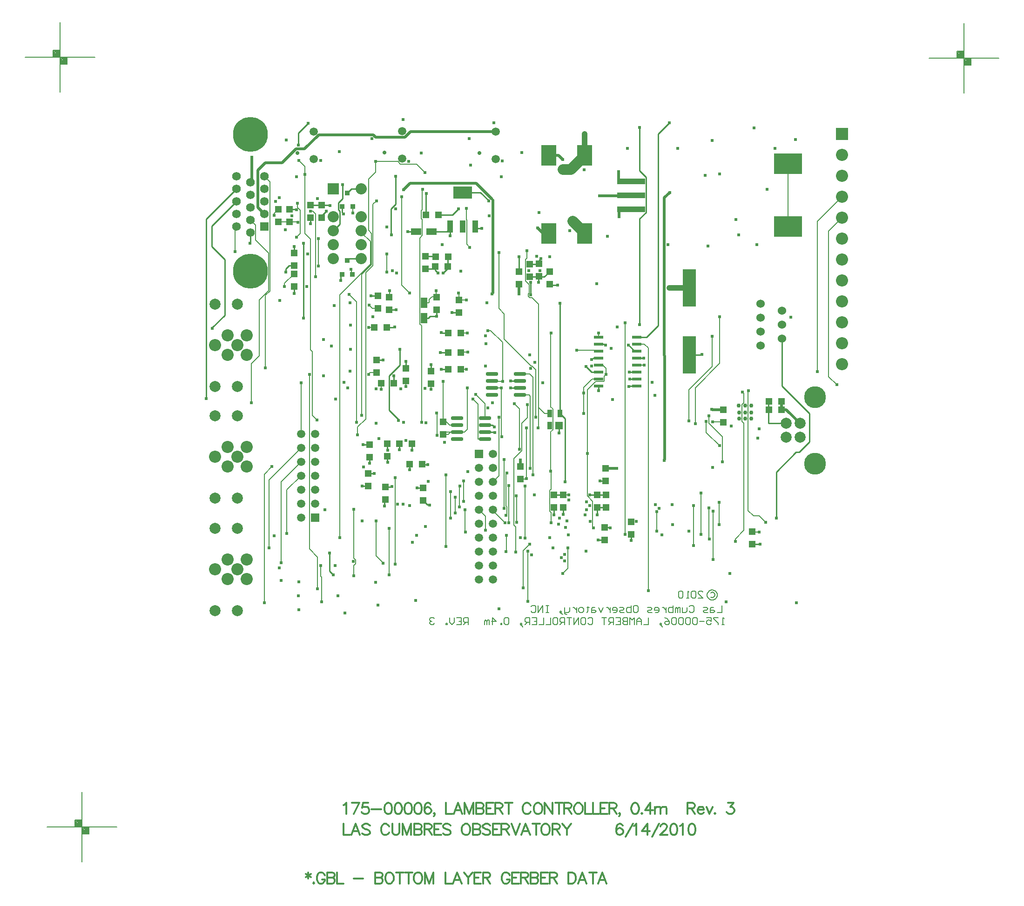
<source format=gbl>
%FSLAX23Y23*%
%MOIN*%
G70*
G01*
G75*
G04 Layer_Physical_Order=6*
G04 Layer_Color=16711680*
%ADD10R,0.037X0.035*%
%ADD11R,0.037X0.035*%
%ADD12R,0.050X0.050*%
%ADD13R,0.075X0.063*%
%ADD14R,0.070X0.135*%
%ADD15R,0.094X0.130*%
%ADD16O,0.028X0.018*%
%ADD17R,0.067X0.067*%
%ADD18R,0.079X0.209*%
%ADD19R,0.067X0.014*%
%ADD20R,0.050X0.015*%
%ADD21R,0.039X0.059*%
%ADD22R,0.035X0.053*%
%ADD23R,0.053X0.053*%
%ADD24O,0.087X0.024*%
%ADD25R,0.050X0.050*%
%ADD26R,0.135X0.070*%
%ADD27R,0.030X0.125*%
%ADD28R,0.078X0.048*%
%ADD29R,0.067X0.040*%
%ADD30R,0.065X0.012*%
%ADD31R,0.065X0.024*%
%ADD32R,0.063X0.106*%
%ADD33R,0.150X0.110*%
%ADD34R,0.125X0.170*%
%ADD35R,0.110X0.030*%
%ADD36O,0.083X0.012*%
%ADD37O,0.012X0.083*%
%ADD38R,0.138X0.085*%
%ADD39R,0.043X0.085*%
%ADD40R,0.043X0.085*%
%ADD41R,0.047X0.055*%
%ADD42O,0.012X0.071*%
%ADD43O,0.071X0.012*%
%ADD44R,0.075X0.059*%
%ADD45R,0.017X0.017*%
%ADD46R,0.134X0.134*%
%ADD47O,0.010X0.035*%
%ADD48O,0.035X0.010*%
%ADD49C,0.010*%
%ADD50C,0.075*%
%ADD51C,0.020*%
%ADD52C,0.040*%
%ADD53C,0.007*%
%ADD54C,0.005*%
%ADD55C,0.012*%
%ADD56C,0.008*%
%ADD57C,0.012*%
%ADD58C,0.012*%
%ADD59C,0.059*%
%ADD60C,0.080*%
%ADD61R,0.080X0.080*%
%ADD62C,0.060*%
%ADD63C,0.020*%
%ADD64R,0.059X0.059*%
%ADD65C,0.157*%
%ADD66C,0.079*%
%ADD67C,0.087*%
%ADD68R,0.087X0.087*%
%ADD69C,0.250*%
%ADD70R,0.062X0.062*%
%ADD71C,0.062*%
%ADD72C,0.030*%
%ADD73C,0.024*%
%ADD74C,0.028*%
%ADD75C,0.050*%
%ADD76C,0.051*%
G04:AMPARAMS|DCode=77|XSize=100mil|YSize=100mil|CornerRadius=0mil|HoleSize=0mil|Usage=FLASHONLY|Rotation=0.000|XOffset=0mil|YOffset=0mil|HoleType=Round|Shape=Relief|Width=10mil|Gap=10mil|Entries=4|*
%AMTHD77*
7,0,0,0.100,0.080,0.010,45*
%
%ADD77THD77*%
%ADD78C,0.044*%
%ADD79C,0.059*%
%ADD80C,0.030*%
%ADD81C,0.055*%
%ADD82C,0.111*%
%ADD83C,0.056*%
%ADD84C,0.147*%
%ADD85C,0.067*%
%ADD86C,0.140*%
%ADD87C,0.055*%
%ADD88C,0.036*%
%ADD89C,0.071*%
%ADD90C,0.130*%
%ADD91C,0.103*%
%ADD92C,0.033*%
G04:AMPARAMS|DCode=93|XSize=70mil|YSize=70mil|CornerRadius=0mil|HoleSize=0mil|Usage=FLASHONLY|Rotation=0.000|XOffset=0mil|YOffset=0mil|HoleType=Round|Shape=Relief|Width=10mil|Gap=10mil|Entries=4|*
%AMTHD93*
7,0,0,0.070,0.050,0.010,45*
%
%ADD93THD93*%
%ADD94C,0.045*%
G04:AMPARAMS|DCode=95|XSize=90mil|YSize=90mil|CornerRadius=0mil|HoleSize=0mil|Usage=FLASHONLY|Rotation=0.000|XOffset=0mil|YOffset=0mil|HoleType=Round|Shape=Relief|Width=10mil|Gap=10mil|Entries=4|*
%AMTHD95*
7,0,0,0.090,0.070,0.010,45*
%
%ADD95THD95*%
G04:AMPARAMS|DCode=96|XSize=95.433mil|YSize=95.433mil|CornerRadius=0mil|HoleSize=0mil|Usage=FLASHONLY|Rotation=0.000|XOffset=0mil|YOffset=0mil|HoleType=Round|Shape=Relief|Width=10mil|Gap=10mil|Entries=4|*
%AMTHD96*
7,0,0,0.095,0.075,0.010,45*
%
%ADD96THD96*%
G04:AMPARAMS|DCode=97|XSize=150.551mil|YSize=150.551mil|CornerRadius=0mil|HoleSize=0mil|Usage=FLASHONLY|Rotation=0.000|XOffset=0mil|YOffset=0mil|HoleType=Round|Shape=Relief|Width=10mil|Gap=10mil|Entries=4|*
%AMTHD97*
7,0,0,0.151,0.131,0.010,45*
%
%ADD97THD97*%
G04:AMPARAMS|DCode=98|XSize=96.221mil|YSize=96.221mil|CornerRadius=0mil|HoleSize=0mil|Usage=FLASHONLY|Rotation=0.000|XOffset=0mil|YOffset=0mil|HoleType=Round|Shape=Relief|Width=10mil|Gap=10mil|Entries=4|*
%AMTHD98*
7,0,0,0.096,0.076,0.010,45*
%
%ADD98THD98*%
G04:AMPARAMS|DCode=99|XSize=107.244mil|YSize=107.244mil|CornerRadius=0mil|HoleSize=0mil|Usage=FLASHONLY|Rotation=0.000|XOffset=0mil|YOffset=0mil|HoleType=Round|Shape=Relief|Width=10mil|Gap=10mil|Entries=4|*
%AMTHD99*
7,0,0,0.107,0.087,0.010,45*
%
%ADD99THD99*%
G04:AMPARAMS|DCode=100|XSize=180mil|YSize=180mil|CornerRadius=0mil|HoleSize=0mil|Usage=FLASHONLY|Rotation=0.000|XOffset=0mil|YOffset=0mil|HoleType=Round|Shape=Relief|Width=10mil|Gap=10mil|Entries=4|*
%AMTHD100*
7,0,0,0.180,0.160,0.010,45*
%
%ADD100THD100*%
G04:AMPARAMS|DCode=101|XSize=95mil|YSize=95mil|CornerRadius=0mil|HoleSize=0mil|Usage=FLASHONLY|Rotation=0.000|XOffset=0mil|YOffset=0mil|HoleType=Round|Shape=Relief|Width=10mil|Gap=10mil|Entries=4|*
%AMTHD101*
7,0,0,0.095,0.075,0.010,45*
%
%ADD101THD101*%
G04:AMPARAMS|DCode=102|XSize=75.748mil|YSize=75.748mil|CornerRadius=0mil|HoleSize=0mil|Usage=FLASHONLY|Rotation=0.000|XOffset=0mil|YOffset=0mil|HoleType=Round|Shape=Relief|Width=10mil|Gap=10mil|Entries=4|*
%AMTHD102*
7,0,0,0.076,0.056,0.010,45*
%
%ADD102THD102*%
G04:AMPARAMS|DCode=103|XSize=111.181mil|YSize=111.181mil|CornerRadius=0mil|HoleSize=0mil|Usage=FLASHONLY|Rotation=0.000|XOffset=0mil|YOffset=0mil|HoleType=Round|Shape=Relief|Width=10mil|Gap=10mil|Entries=4|*
%AMTHD103*
7,0,0,0.111,0.091,0.010,45*
%
%ADD103THD103*%
G04:AMPARAMS|DCode=104|XSize=73mil|YSize=73mil|CornerRadius=0mil|HoleSize=0mil|Usage=FLASHONLY|Rotation=0.000|XOffset=0mil|YOffset=0mil|HoleType=Round|Shape=Relief|Width=10mil|Gap=10mil|Entries=4|*
%AMTHD104*
7,0,0,0.073,0.053,0.010,45*
%
%ADD104THD104*%
G04:AMPARAMS|DCode=105|XSize=85mil|YSize=85mil|CornerRadius=0mil|HoleSize=0mil|Usage=FLASHONLY|Rotation=0.000|XOffset=0mil|YOffset=0mil|HoleType=Round|Shape=Relief|Width=10mil|Gap=10mil|Entries=4|*
%AMTHD105*
7,0,0,0.085,0.065,0.010,45*
%
%ADD105THD105*%
%ADD106O,0.091X0.028*%
%ADD107R,0.048X0.078*%
%ADD108R,0.200X0.040*%
%ADD109R,0.200X0.150*%
%ADD110R,0.106X0.150*%
%ADD111R,0.098X0.268*%
%ADD112R,0.035X0.037*%
%ADD113R,0.035X0.037*%
D12*
X21280Y14012D02*
D03*
X21190D02*
D03*
X21279Y13943D02*
D03*
X21189D02*
D03*
X21004Y12527D02*
D03*
X21094D02*
D03*
X20931Y12674D02*
D03*
X21021D02*
D03*
X21283Y13467D02*
D03*
X21373D02*
D03*
X21283Y13327D02*
D03*
X21373D02*
D03*
X21283Y13207D02*
D03*
X21373D02*
D03*
X20893Y13107D02*
D03*
X20803D02*
D03*
X20843Y13507D02*
D03*
X20753D02*
D03*
X21211Y14312D02*
D03*
X21121D02*
D03*
X23669Y12977D02*
D03*
X23579D02*
D03*
X23669Y12916D02*
D03*
X23579D02*
D03*
D22*
X22007Y12802D02*
D03*
Y12889D02*
D03*
X22082D02*
D03*
D23*
X22074Y12802D02*
D03*
D25*
X20144Y14353D02*
D03*
Y14263D02*
D03*
X20294Y14383D02*
D03*
Y14293D02*
D03*
X21245Y12830D02*
D03*
Y12740D02*
D03*
X21119Y14017D02*
D03*
Y13927D02*
D03*
X20831Y12364D02*
D03*
Y12274D02*
D03*
X20718Y12575D02*
D03*
Y12665D02*
D03*
X21102Y12355D02*
D03*
Y12265D02*
D03*
X20708Y12460D02*
D03*
Y12370D02*
D03*
X20846Y12584D02*
D03*
Y12674D02*
D03*
X21158Y13192D02*
D03*
Y13102D02*
D03*
X20768Y13272D02*
D03*
Y13182D02*
D03*
X20978Y13212D02*
D03*
Y13122D02*
D03*
X21358Y13612D02*
D03*
Y13702D02*
D03*
X21198Y13632D02*
D03*
Y13722D02*
D03*
X20858Y13632D02*
D03*
Y13722D02*
D03*
X20778Y13732D02*
D03*
Y13642D02*
D03*
X20178Y14040D02*
D03*
Y13950D02*
D03*
X20177Y13801D02*
D03*
Y13891D02*
D03*
X22007Y13907D02*
D03*
Y13817D02*
D03*
X21930Y13872D02*
D03*
Y13962D02*
D03*
X21865Y13870D02*
D03*
Y13960D02*
D03*
X20374Y14383D02*
D03*
Y14293D02*
D03*
X20064Y14263D02*
D03*
Y14353D02*
D03*
X21789Y13907D02*
D03*
Y13817D02*
D03*
X23250Y12917D02*
D03*
Y12827D02*
D03*
X22347Y12215D02*
D03*
Y12305D02*
D03*
X22412Y12215D02*
D03*
Y12305D02*
D03*
X22592Y12024D02*
D03*
Y12114D02*
D03*
X22106Y12215D02*
D03*
Y12305D02*
D03*
X22039Y12216D02*
D03*
Y12306D02*
D03*
X23458Y12043D02*
D03*
Y11953D02*
D03*
X22407Y12495D02*
D03*
Y12405D02*
D03*
X21799Y12508D02*
D03*
Y12418D02*
D03*
X22401Y12072D02*
D03*
Y11982D02*
D03*
D28*
X21051Y14192D02*
D03*
X21161D02*
D03*
D31*
X22632Y13436D02*
D03*
Y13386D02*
D03*
Y13336D02*
D03*
Y13286D02*
D03*
Y13236D02*
D03*
Y13186D02*
D03*
Y13136D02*
D03*
Y13086D02*
D03*
X22359Y13436D02*
D03*
Y13386D02*
D03*
Y13336D02*
D03*
Y13286D02*
D03*
Y13236D02*
D03*
Y13186D02*
D03*
Y13136D02*
D03*
Y13086D02*
D03*
D38*
X21386Y14474D02*
D03*
D39*
X21295Y14230D02*
D03*
X21476D02*
D03*
D40*
X21386D02*
D03*
D49*
X20873Y14171D02*
X20876Y14168D01*
X20873Y14171D02*
Y14355D01*
X20906Y14388D01*
Y14591D01*
X20207Y14898D02*
X20278Y14969D01*
X20207Y14812D02*
Y14898D01*
X23868Y12685D02*
Y12890D01*
X23671Y13086D02*
X23868Y12890D01*
X23575Y12818D02*
Y12973D01*
Y12818D02*
X23702D01*
X23773Y12612D02*
X23794D01*
X23633Y12471D02*
X23773Y12612D01*
X23794D02*
X23868Y12685D01*
X23458Y11953D02*
X23514D01*
X19593Y13498D02*
Y13506D01*
X19681Y13594D01*
X19587Y14086D02*
Y14234D01*
Y14086D02*
X19681Y13992D01*
X22577Y13186D02*
X22632D01*
X20526Y14431D02*
Y14528D01*
X20495Y14400D02*
X20526Y14431D01*
X20495Y14350D02*
Y14400D01*
Y14350D02*
X20506Y14339D01*
Y14247D02*
Y14339D01*
X20457Y14198D02*
X20506Y14247D01*
X20522Y14331D02*
X20531Y14321D01*
X20522Y14331D02*
Y14372D01*
X20513Y13845D02*
X20513Y13844D01*
X20513Y13845D02*
Y13886D01*
X20564Y13998D02*
X20657D01*
X20550Y13985D02*
X20564Y13998D01*
X20587Y14498D02*
X20657D01*
X20559Y14471D02*
X20587Y14498D01*
X20294Y14248D02*
Y14293D01*
X20144Y14353D02*
X20189D01*
X20374Y14305D02*
X20407Y14338D01*
X20374Y14293D02*
Y14305D01*
Y14383D02*
X20429D01*
X20294D02*
X20374D01*
X20429D02*
X20434Y14378D01*
X21611Y12755D02*
X21614Y12753D01*
X21545Y12755D02*
X21611D01*
X21599Y12805D02*
X21611Y12793D01*
X21545Y12805D02*
X21599D01*
X21728Y13073D02*
X21728Y13072D01*
X21794D01*
X21727Y13123D02*
X21728Y13122D01*
X21794D01*
X21872Y13739D02*
Y13828D01*
X21185Y14017D02*
X21190Y14012D01*
X21119Y14017D02*
X21185D01*
X21119Y13927D02*
X21173D01*
X21189Y13943D01*
Y13916D02*
Y13943D01*
Y13916D02*
X21208Y13897D01*
X21279Y13943D02*
Y14011D01*
Y13929D02*
Y13943D01*
Y14011D02*
X21280Y14012D01*
X21245Y13895D02*
X21279Y13929D01*
X20431Y11760D02*
X20458Y11733D01*
X20431Y11760D02*
Y11888D01*
X23633Y12139D02*
Y12471D01*
X23671Y13086D02*
Y13426D01*
X22082Y13680D02*
X22082Y13680D01*
X22082Y12889D02*
Y13680D01*
Y12889D02*
X22117Y12853D01*
Y12399D02*
Y12853D01*
X20930Y12628D02*
X20931Y12629D01*
Y12674D01*
X20672Y12665D02*
X20718D01*
X20846Y12540D02*
X20848Y12538D01*
X20846Y12540D02*
Y12584D01*
X20718Y12534D02*
X20719Y12533D01*
X20718Y12534D02*
Y12575D01*
X20708Y12460D02*
X20751D01*
X20665Y12370D02*
X20708D01*
X20878Y12364D02*
X20879Y12365D01*
X20831Y12364D02*
X20878D01*
X20825Y12226D02*
Y12268D01*
X21058Y12355D02*
X21102D01*
Y12265D02*
X21132Y12235D01*
X21146D01*
X21149Y12232D01*
X21004Y12485D02*
Y12527D01*
X21097Y12524D02*
X21136D01*
X20859Y12912D02*
Y13158D01*
X20924Y12839D02*
Y12847D01*
X20859Y12912D02*
X20924Y12847D01*
X20859Y13158D02*
X20936Y13235D01*
Y13349D01*
X22625Y12114D02*
X22627Y12116D01*
X22592Y11979D02*
Y12024D01*
X22441Y12072D02*
X22442Y12071D01*
X22401Y12072D02*
X22441D01*
X22356Y11984D02*
X22399D01*
X22369Y12405D02*
X22407D01*
X22347Y12215D02*
X22412D01*
X22347Y12165D02*
X22348Y12164D01*
X22347Y12165D02*
Y12215D01*
Y12305D02*
X22412D01*
X22296D02*
X22347D01*
X22040D02*
X22106D01*
X22039Y12164D02*
Y12216D01*
X22106Y12165D02*
Y12215D01*
X22309Y13275D02*
X22320Y13286D01*
X22359D01*
X22580Y13135D02*
X22581Y13136D01*
X22632D01*
X22268Y13227D02*
X22309Y13186D01*
X22359D01*
Y13054D02*
X22359Y13053D01*
X22359Y13054D02*
Y13086D01*
X20897Y13507D02*
X20898Y13508D01*
X20843Y13507D02*
X20897D01*
X20908Y13632D02*
X20909Y13633D01*
X20858Y13632D02*
X20908D01*
X20727Y13732D02*
X20778D01*
X21152Y13587D02*
X21198D01*
X21137Y13572D02*
X21152Y13587D01*
X21108Y13572D02*
X21137D01*
X21198Y13587D02*
X21199Y13586D01*
X21198Y13587D02*
Y13632D01*
X21307Y13613D02*
X21308Y13612D01*
X21358D01*
X21231Y13469D02*
X21233Y13467D01*
X21283D01*
X21226Y13326D02*
X21227Y13327D01*
X21283D01*
X21232Y13207D02*
X21283D01*
X21157Y13240D02*
X21158Y13239D01*
Y13192D02*
Y13239D01*
X20978Y13212D02*
Y13263D01*
X20891Y13160D02*
X20893Y13158D01*
Y13107D02*
Y13158D01*
X20768Y13272D02*
X20814D01*
X21311Y14312D02*
X21356Y14357D01*
X21211Y14312D02*
X21311D01*
X21201Y14322D02*
X21211Y14312D01*
X21295Y14163D02*
X21296Y14162D01*
X21295Y14163D02*
Y14230D01*
X20991Y14192D02*
X21051D01*
X21386Y14474D02*
X21513D01*
X21571Y14412D02*
Y14417D01*
X21513Y14474D02*
X21571Y14417D01*
X21386Y14474D02*
X21401D01*
X21161Y14192D02*
X21271D01*
X21295Y14217D01*
Y14230D01*
X21489Y14217D02*
X21521D01*
X20177Y13750D02*
Y13801D01*
Y13750D02*
X20179Y13748D01*
X20142Y13950D02*
X20178D01*
X20119Y13927D02*
X20142Y13950D01*
X20119Y13903D02*
Y13927D01*
X23008Y13311D02*
X23097D01*
X23099Y13313D01*
X22632Y13286D02*
X22682D01*
X22577Y13086D02*
X22632D01*
X22574Y13083D02*
X22577Y13086D01*
X22359Y13386D02*
X22401D01*
X22409Y13378D01*
X22074Y12749D02*
Y12802D01*
X21865Y13870D02*
X21928D01*
Y13829D02*
Y13870D01*
Y13829D02*
X21929Y13828D01*
X21969Y13869D02*
X22007Y13907D01*
X21928Y13870D02*
X21930Y13869D01*
X21969D01*
X22573Y13380D02*
X22617Y13336D01*
X22632D01*
X22653Y13527D02*
Y14285D01*
X22699Y14331D01*
Y14583D01*
X22653Y14629D02*
X22699Y14583D01*
X22653Y14629D02*
Y14938D01*
X22632Y13436D02*
X22703D01*
X22785Y13518D01*
Y14893D01*
X22866Y14974D01*
X21121Y14312D02*
Y14351D01*
X20042Y14409D02*
X20044Y14411D01*
X19547Y14284D02*
X19764Y14501D01*
X19547Y12995D02*
Y14284D01*
X19587Y14234D02*
X19764Y14411D01*
X19681Y13594D02*
Y13992D01*
X19864Y14113D02*
Y14186D01*
X19861Y14110D02*
X19864Y14113D01*
X20245Y13573D02*
Y14110D01*
X20244Y13572D02*
X20245Y13573D01*
X20178Y14040D02*
Y14085D01*
X22013Y13811D02*
X22066D01*
X22007Y13817D02*
X22013Y13811D01*
X21865Y13960D02*
X21928D01*
X21930Y13962D01*
Y13985D01*
X21944Y13999D01*
X21789Y13907D02*
Y14013D01*
X21021Y12626D02*
Y12674D01*
X20846Y12628D02*
Y12674D01*
Y12628D02*
X20847Y12627D01*
X21121Y14351D02*
Y14462D01*
X21124Y14465D01*
D50*
X22258Y14181D02*
Y14183D01*
X22170Y14271D02*
X22258Y14183D01*
X22100Y14641D02*
X22158D01*
X22258Y14741D01*
D51*
X20963Y14493D02*
X21008Y14538D01*
X21481D01*
X21594Y14426D01*
X21595D01*
X21314Y14910D02*
X21620D01*
X21011D02*
X21314D01*
X19919Y14366D02*
X19964Y14321D01*
X19919Y14366D02*
Y14634D01*
X19972Y14686D01*
X20093D01*
X20191Y14785D01*
X20253D01*
X20355Y14886D01*
X20745D01*
X20762Y14869D01*
X20970D01*
X21011Y14910D01*
X19864Y14546D02*
X19876Y14558D01*
Y14725D01*
X23702Y12916D02*
X23801Y12818D01*
X23669Y12916D02*
X23702D01*
X22505Y14301D02*
Y14351D01*
X22365Y14450D02*
X22366Y14451D01*
X22505D01*
X22502Y14555D02*
X22505Y14551D01*
X22502Y14555D02*
Y14624D01*
X22258Y14893D02*
X22260Y14895D01*
X22238Y14721D02*
X22258Y14741D01*
X22230Y14181D02*
X22258D01*
X21920Y14221D02*
X21960Y14181D01*
X22002D01*
X22070Y14741D02*
X22100Y14711D01*
X22002Y14741D02*
X22070D01*
X23669Y12916D02*
Y12977D01*
X23170Y12917D02*
X23250D01*
X23169Y12918D02*
X23170Y12917D01*
X22829Y14436D02*
X22867Y14474D01*
X22832Y12558D02*
Y13303D01*
X22407Y12495D02*
X22488D01*
X21799Y12508D02*
Y12555D01*
X21789Y13747D02*
Y13817D01*
X21601Y13752D02*
Y14420D01*
X22829Y13306D02*
Y13746D01*
Y14436D01*
D52*
X22258Y14741D02*
Y14893D01*
X22867Y13791D02*
X23008D01*
X22866Y13790D02*
X22867Y13791D01*
D53*
X20763Y14695D02*
X20920D01*
X20938Y14677D01*
X21056D01*
X21115Y14617D01*
X20710Y14568D02*
X20763Y14621D01*
Y14695D01*
D54*
X23208Y11588D02*
X23207Y11598D01*
X23203Y11607D01*
X23197Y11615D01*
X23189Y11621D01*
X23179Y11624D01*
X23170Y11625D01*
X23160Y11623D01*
X23151Y11618D01*
X23144Y11611D01*
X23139Y11603D01*
X23136Y11593D01*
Y11584D01*
X23139Y11574D01*
X23144Y11566D01*
X23151Y11559D01*
X23160Y11554D01*
X23170Y11552D01*
X23179Y11553D01*
X23189Y11556D01*
X23197Y11562D01*
X23203Y11570D01*
X23207Y11579D01*
X23208Y11588D01*
X23162Y11572D02*
X23172Y11569D01*
X23182Y11572D01*
X23189Y11580D01*
X23191Y11590D01*
X23188Y11599D01*
X23180Y11606D01*
X23170Y11608D01*
X23160Y11603D01*
X21096Y14495D02*
X21097Y14496D01*
X21096Y14351D02*
Y14495D01*
X20254Y14603D02*
Y14658D01*
Y14178D02*
Y14603D01*
X20211Y14702D02*
X20254Y14658D01*
X23924Y14265D02*
X24102Y14443D01*
X23924Y13188D02*
Y14265D01*
X24006Y13154D02*
X24065Y13095D01*
X24006Y13154D02*
Y14197D01*
X24102Y14293D01*
X23338Y11991D02*
X23399Y12052D01*
Y12820D01*
X23338Y11973D02*
Y11991D01*
X23509Y12155D02*
X23554Y12109D01*
X23469Y12155D02*
X23509D01*
X23429Y12194D02*
X23469Y12155D01*
X23429Y12194D02*
Y13054D01*
X20005Y13767D02*
Y14551D01*
X19973Y13736D02*
X20005Y13767D01*
X19973Y13215D02*
Y13736D01*
X19996Y13771D02*
Y14040D01*
X19929Y13704D02*
X19996Y13771D01*
X19929Y13302D02*
Y13704D01*
X19872Y13245D02*
X19929Y13302D01*
X20840Y14033D02*
X20841Y14034D01*
X20840Y13902D02*
Y14033D01*
X20597Y14372D02*
X20597Y14372D01*
Y14326D02*
Y14372D01*
X20588Y13886D02*
Y13922D01*
X20586Y13923D02*
X20588Y13922D01*
X20332Y13870D02*
Y14318D01*
X20311Y14339D02*
X20332Y14318D01*
X20295Y14339D02*
X20311D01*
X20196Y14152D02*
X20223Y14179D01*
Y14346D01*
X20202Y14367D02*
X20223Y14346D01*
X20202Y14367D02*
Y14397D01*
X20351Y13947D02*
Y14143D01*
X20034Y14308D02*
Y14323D01*
X20064Y14353D01*
X20199Y14263D02*
X20204Y14258D01*
X20144Y14263D02*
X20199D01*
X20254Y14178D02*
X20294Y14138D01*
X20064Y14263D02*
X20144D01*
X20294Y13347D02*
Y14138D01*
X20309Y12876D02*
Y13332D01*
X20294Y13347D02*
X20309Y13332D01*
X20228Y13110D02*
X20229Y13111D01*
X20228Y12744D02*
Y13110D01*
X21764Y11895D02*
Y12077D01*
Y11895D02*
X21765Y11896D01*
X21751Y12090D02*
Y12566D01*
X21809Y12624D01*
X21751Y12090D02*
X21764Y12077D01*
X21809Y12624D02*
Y12821D01*
X21847Y12860D01*
Y12954D01*
X21927Y12783D02*
Y12932D01*
X21755Y12958D02*
X21790Y12923D01*
Y12632D02*
Y12923D01*
X21663Y12725D02*
X21665Y12723D01*
X21663Y12725D02*
Y13073D01*
X21566Y13484D02*
X21585D01*
X21670Y13398D01*
Y13120D02*
Y13398D01*
X21594Y13122D02*
X21596Y13120D01*
X21670D01*
X21244D02*
X21245Y13119D01*
Y12830D02*
Y13119D01*
Y12830D02*
X21267D01*
X21292Y12805D01*
X21345D01*
Y12755D02*
X21398D01*
X21297D02*
X21345D01*
X21260D02*
X21297D01*
X21282Y12740D02*
X21297Y12755D01*
X21594Y13072D02*
X21594Y13073D01*
X21663D01*
X21418Y12775D02*
Y13073D01*
X21398Y12755D02*
X21418Y12775D01*
X21245Y12740D02*
X21260Y12755D01*
X21245Y12740D02*
X21282D01*
X21457Y12994D02*
X21494Y12956D01*
Y12865D02*
Y12956D01*
X21494Y12864D02*
X21494Y12865D01*
X21494Y12747D02*
Y12864D01*
Y12747D02*
X21494Y12747D01*
Y12705D02*
Y12747D01*
Y12705D02*
X21545D01*
X21478Y13025D02*
X21545Y12958D01*
Y12855D02*
Y12958D01*
X21869Y12498D02*
Y13014D01*
X21868Y12497D02*
X21869Y12498D01*
X21860Y13022D02*
X21869Y13014D01*
X21794Y13022D02*
X21860D01*
X21887Y12449D02*
X21889Y12448D01*
X21887Y12449D02*
Y13151D01*
X21841Y12785D02*
X21841Y12785D01*
Y12532D02*
Y12785D01*
X21644Y12862D02*
X21645Y12863D01*
X21644Y12442D02*
Y12862D01*
X21866Y13172D02*
X21887Y13151D01*
X21794Y13172D02*
X21866D01*
X21908Y12863D02*
Y13203D01*
X21880Y13231D02*
X21908Y13203D01*
X21683Y13424D02*
X21876Y13231D01*
X21880D01*
X21927Y12932D02*
X21970Y12889D01*
X22007D01*
X21880Y13720D02*
X21927Y13673D01*
Y12932D02*
Y13673D01*
X21834Y13841D02*
X21861Y13814D01*
X21834Y13841D02*
Y13992D01*
X21861Y13753D02*
Y13814D01*
X21854Y13746D02*
X21861Y13753D01*
X21854Y13731D02*
Y13746D01*
Y13731D02*
X21864Y13720D01*
X21880D01*
X21841Y12423D02*
Y12532D01*
X21683Y13424D02*
Y13604D01*
X21644Y13643D02*
Y14043D01*
Y13643D02*
X21683Y13604D01*
X20374Y11538D02*
X20375Y11539D01*
Y11717D01*
X20369Y11723D02*
X20375Y11717D01*
X20369Y11723D02*
Y11800D01*
X20287Y11919D02*
X20346Y11860D01*
Y11633D02*
Y11860D01*
X20287Y11919D02*
Y13168D01*
X19964Y11533D02*
Y11633D01*
X23226Y13249D02*
Y13583D01*
X23051Y13074D02*
X23226Y13249D01*
X23051Y12815D02*
Y13074D01*
X20084Y12400D02*
X20228Y12544D01*
X20084Y11819D02*
Y12400D01*
X19997Y12413D02*
X20228Y12644D01*
X19997Y11926D02*
Y12413D01*
X21266Y11936D02*
Y12449D01*
X20126Y12342D02*
X20228Y12444D01*
X20126Y12030D02*
Y12342D01*
X22103Y11743D02*
X22139Y11779D01*
Y11925D01*
X23389Y13042D02*
X23399Y13032D01*
Y12967D02*
Y13032D01*
X21697Y11900D02*
Y12016D01*
X22387Y13236D02*
X22410Y13213D01*
X22359Y13236D02*
X22387D01*
X22410Y13169D02*
Y13213D01*
X22398Y13157D02*
X22410Y13169D01*
X22337Y13118D02*
X22394D01*
X22278Y13059D02*
X22337Y13118D01*
X22398Y13122D02*
Y13157D01*
X22394Y13118D02*
X22398Y13122D01*
X22278Y12298D02*
X22316Y12260D01*
Y12074D02*
Y12260D01*
Y12074D02*
X22320Y12069D01*
X21403Y12041D02*
X21404Y12040D01*
X21403Y12041D02*
Y12199D01*
X21502Y12200D02*
X21548Y12154D01*
Y12052D02*
Y12154D01*
X21715Y12107D02*
Y12374D01*
X21681Y12558D02*
X21682Y12557D01*
Y12209D02*
Y12557D01*
X21330Y12288D02*
X21331Y12289D01*
X21330Y12175D02*
Y12288D01*
X21363Y12368D02*
X21364Y12369D01*
X21363Y12219D02*
Y12368D01*
X21392Y12259D02*
Y12407D01*
X23039Y11943D02*
Y12229D01*
X23220Y12092D02*
Y12254D01*
X23148Y11993D02*
X23150Y11991D01*
X23148Y11993D02*
Y12212D01*
X22547Y12022D02*
Y13540D01*
X23178Y11844D02*
X23179Y11845D01*
Y12188D01*
X23093Y12022D02*
Y12319D01*
X21837Y12418D02*
X21841Y12422D01*
X22106Y12305D02*
X22145D01*
X21108Y13682D02*
X21141D01*
X21146Y13687D01*
Y13706D01*
X20803Y13063D02*
Y13107D01*
X20721Y13182D02*
X20768D01*
X20710Y13171D02*
X20721Y13182D01*
X20713Y13507D02*
X20753D01*
X20738Y13642D02*
X20778D01*
X20714Y13666D02*
X20738Y13642D01*
X20860Y13724D02*
Y13771D01*
X21146Y13706D02*
X21166Y13726D01*
X21194D01*
Y13769D01*
X21354Y13754D02*
X21358Y13750D01*
Y13702D02*
Y13750D01*
Y13702D02*
X21411D01*
X21373Y13467D02*
X21419D01*
X21375Y13329D02*
X21422D01*
X21373Y13207D02*
X21413D01*
X21158Y13062D02*
Y13102D01*
X20978Y13082D02*
Y13122D01*
X21696Y12160D02*
X21701Y12165D01*
Y12222D01*
X21696Y12226D02*
X21701Y12222D01*
X21696Y12226D02*
Y12458D01*
X21702Y12464D01*
X21298Y12139D02*
Y12331D01*
X21770Y12108D02*
Y12300D01*
X21769Y12301D02*
X21770Y12300D01*
X21602Y12192D02*
X21687Y12107D01*
X21602Y12192D02*
Y12200D01*
X22017Y12107D02*
Y12179D01*
X22008Y12189D02*
X22017Y12179D01*
X22008Y12189D02*
Y12338D01*
X22017Y12347D01*
Y12475D01*
X22016Y12476D02*
X22017Y12475D01*
X21833Y11996D02*
Y12368D01*
X21832Y12369D02*
X21833Y12368D01*
X21819Y11906D02*
X21865Y11952D01*
X21819Y11640D02*
Y11906D01*
X21852Y11542D02*
Y11903D01*
X20900Y11810D02*
Y12427D01*
X20902Y12429D01*
X20859Y11734D02*
Y12065D01*
X21799Y12418D02*
X21837D01*
X21841Y12423D02*
X21841Y12422D01*
X21834Y13992D02*
X21844Y14003D01*
Y14057D01*
X21844Y14057D02*
X21844Y14057D01*
X22016Y12476D02*
Y12758D01*
X22031Y12773D01*
Y12922D01*
X22016Y12937D02*
X22031Y12922D01*
X22016Y12937D02*
Y13465D01*
X22017Y13466D01*
X22359Y13437D02*
Y13466D01*
X22359Y13436D02*
X22359Y13437D01*
X22278Y12298D02*
Y12603D01*
Y13059D01*
X23458Y12043D02*
X23463Y12038D01*
X23509D01*
X23174Y12828D02*
X23249D01*
X23149Y12818D02*
Y12873D01*
Y12818D02*
X23244Y12723D01*
Y12543D02*
Y12723D01*
X23129Y12753D02*
Y12833D01*
Y12753D02*
X23224Y12658D01*
X22714Y11618D02*
Y13358D01*
X22686Y13386D02*
X22714Y13358D01*
X22632Y13386D02*
X22686D01*
X19964Y12453D02*
X20019Y12508D01*
X19964Y11633D02*
Y12453D01*
X20109Y13798D02*
Y13823D01*
X20177Y13891D01*
X19754Y14048D02*
Y14221D01*
X19764Y14231D01*
X20949Y13808D02*
X21004Y13753D01*
X20949Y13808D02*
Y14443D01*
X20506Y12000D02*
Y13738D01*
X20504D02*
X20506D01*
X20504D02*
X20724Y13958D01*
Y14122D01*
X20663Y14183D02*
X20724Y14122D01*
X21602Y12400D02*
X21644Y12442D01*
X21200Y12733D02*
Y12892D01*
X21199Y12893D02*
X21200Y12892D01*
X23005Y12835D02*
Y13060D01*
X23170Y13225D01*
Y13444D01*
X21078Y13531D02*
X21090Y13518D01*
X21078Y13531D02*
Y14147D01*
X21096Y14166D01*
X21089Y14285D02*
X21096Y14278D01*
X21089Y14285D02*
Y14344D01*
X21096Y14351D01*
X21090Y12826D02*
Y13518D01*
X21096Y14166D02*
Y14278D01*
X20663Y12877D02*
Y13885D01*
X20733Y13955D01*
Y14179D01*
X20710Y14203D02*
X20733Y14179D01*
X20710Y14203D02*
Y14568D01*
X20632Y12737D02*
Y12792D01*
X20691Y12851D01*
Y13900D01*
X20742Y13951D01*
Y14388D01*
X20767Y14413D01*
X20625Y12825D02*
Y13689D01*
X20572Y13742D02*
X20625Y13689D01*
X22252Y13077D02*
X22311Y13136D01*
X22359D01*
X22252Y12890D02*
Y13036D01*
Y13077D01*
X20309Y12876D02*
X20343Y12842D01*
X20605Y11853D02*
Y12204D01*
Y11853D02*
X20619Y11839D01*
Y11813D02*
Y11839D01*
X20605Y11799D02*
X20619Y11813D01*
X20605Y11726D02*
Y11799D01*
X20765Y11870D02*
Y12118D01*
Y11870D02*
X20816Y11819D01*
Y11817D02*
Y11819D01*
X19872Y12966D02*
Y13245D01*
X19902Y14134D02*
X19996Y14040D01*
X19902Y14134D02*
Y14238D01*
X19864Y14276D02*
X19902Y14238D01*
X22632Y13236D02*
X22685D01*
X19964Y14591D02*
X20005Y14551D01*
X22200Y13342D02*
X22353D01*
X22359Y13336D01*
X21414Y14102D02*
X21436Y14079D01*
X21414Y14102D02*
Y14278D01*
X21411Y14281D02*
X21414Y14278D01*
X21411Y14281D02*
Y14360D01*
X22775Y12047D02*
Y12185D01*
Y12047D02*
X22776Y12046D01*
X23715Y14229D02*
Y14679D01*
X23386Y12954D02*
X23399Y12967D01*
X23386Y12833D02*
Y12954D01*
Y12833D02*
X23399Y12820D01*
X23429Y13054D02*
X23430Y13054D01*
X23072Y11566D02*
X23105D01*
X23072Y11600D01*
Y11608D01*
X23080Y11616D01*
X23097D01*
X23105Y11608D01*
X23055D02*
X23047Y11616D01*
X23030D01*
X23022Y11608D01*
Y11575D01*
X23030Y11566D01*
X23047D01*
X23055Y11575D01*
Y11608D01*
X23005Y11566D02*
X22988D01*
X22997D01*
Y11616D01*
X23005Y11608D01*
X22963D02*
X22955Y11616D01*
X22938D01*
X22930Y11608D01*
Y11575D01*
X22938Y11566D01*
X22955D01*
X22963Y11575D01*
Y11608D01*
X23241Y11514D02*
Y11464D01*
X23208D01*
X23183Y11498D02*
X23166D01*
X23158Y11489D01*
Y11464D01*
X23183D01*
X23191Y11473D01*
X23183Y11481D01*
X23158D01*
X23141Y11464D02*
X23116D01*
X23108Y11473D01*
X23116Y11481D01*
X23133D01*
X23141Y11489D01*
X23133Y11498D01*
X23108D01*
X23008Y11506D02*
X23016Y11514D01*
X23033D01*
X23041Y11506D01*
Y11473D01*
X23033Y11464D01*
X23016D01*
X23008Y11473D01*
X22991Y11498D02*
Y11473D01*
X22983Y11464D01*
X22958D01*
Y11498D01*
X22941Y11464D02*
Y11498D01*
X22933D01*
X22925Y11489D01*
Y11464D01*
Y11489D01*
X22916Y11498D01*
X22908Y11489D01*
Y11464D01*
X22891Y11514D02*
Y11464D01*
X22866D01*
X22858Y11473D01*
Y11481D01*
Y11489D01*
X22866Y11498D01*
X22891D01*
X22841D02*
Y11464D01*
Y11481D01*
X22833Y11489D01*
X22825Y11498D01*
X22816D01*
X22766Y11464D02*
X22783D01*
X22791Y11473D01*
Y11489D01*
X22783Y11498D01*
X22766D01*
X22758Y11489D01*
Y11481D01*
X22791D01*
X22741Y11464D02*
X22716D01*
X22708Y11473D01*
X22716Y11481D01*
X22733D01*
X22741Y11489D01*
X22733Y11498D01*
X22708D01*
X22616Y11514D02*
X22633D01*
X22641Y11506D01*
Y11473D01*
X22633Y11464D01*
X22616D01*
X22608Y11473D01*
Y11506D01*
X22616Y11514D01*
X22591D02*
Y11464D01*
X22566D01*
X22558Y11473D01*
Y11481D01*
Y11489D01*
X22566Y11498D01*
X22591D01*
X22541Y11464D02*
X22516D01*
X22508Y11473D01*
X22516Y11481D01*
X22533D01*
X22541Y11489D01*
X22533Y11498D01*
X22508D01*
X22466Y11464D02*
X22483D01*
X22491Y11473D01*
Y11489D01*
X22483Y11498D01*
X22466D01*
X22458Y11489D01*
Y11481D01*
X22491D01*
X22441Y11498D02*
Y11464D01*
Y11481D01*
X22433Y11489D01*
X22425Y11498D01*
X22416D01*
X22391D02*
X22375Y11464D01*
X22358Y11498D01*
X22333D02*
X22316D01*
X22308Y11489D01*
Y11464D01*
X22333D01*
X22341Y11473D01*
X22333Y11481D01*
X22308D01*
X22283Y11506D02*
Y11498D01*
X22291D01*
X22275D01*
X22283D01*
Y11473D01*
X22275Y11464D01*
X22241D02*
X22225D01*
X22216Y11473D01*
Y11489D01*
X22225Y11498D01*
X22241D01*
X22250Y11489D01*
Y11473D01*
X22241Y11464D01*
X22200Y11498D02*
Y11464D01*
Y11481D01*
X22191Y11489D01*
X22183Y11498D01*
X22175D01*
X22150D02*
Y11473D01*
X22141Y11464D01*
X22116D01*
Y11456D01*
X22125Y11448D01*
X22133D01*
X22116Y11464D02*
Y11498D01*
X22091Y11456D02*
X22083Y11464D01*
Y11473D01*
X22091D01*
Y11464D01*
X22083D01*
X22091Y11456D01*
X22100Y11448D01*
X22000Y11514D02*
X21983D01*
X21992D01*
Y11464D01*
X22000D01*
X21983D01*
X21958D02*
Y11514D01*
X21925Y11464D01*
Y11514D01*
X21875Y11506D02*
X21883Y11514D01*
X21900D01*
X21908Y11506D01*
Y11473D01*
X21900Y11464D01*
X21883D01*
X21875Y11473D01*
X23257Y11376D02*
X23240D01*
X23249D01*
Y11426D01*
X23257Y11418D01*
X23215Y11426D02*
X23182D01*
Y11418D01*
X23215Y11385D01*
Y11376D01*
X23132Y11426D02*
X23165D01*
Y11401D01*
X23149Y11410D01*
X23140D01*
X23132Y11401D01*
Y11385D01*
X23140Y11376D01*
X23157D01*
X23165Y11385D01*
X23115Y11401D02*
X23082D01*
X23065Y11418D02*
X23057Y11426D01*
X23041D01*
X23032Y11418D01*
Y11385D01*
X23041Y11376D01*
X23057D01*
X23065Y11385D01*
Y11418D01*
X23016D02*
X23007Y11426D01*
X22991D01*
X22982Y11418D01*
Y11385D01*
X22991Y11376D01*
X23007D01*
X23016Y11385D01*
Y11418D01*
X22966D02*
X22957Y11426D01*
X22941D01*
X22932Y11418D01*
Y11385D01*
X22941Y11376D01*
X22957D01*
X22966Y11385D01*
Y11418D01*
X22916D02*
X22907Y11426D01*
X22891D01*
X22882Y11418D01*
Y11385D01*
X22891Y11376D01*
X22907D01*
X22916Y11385D01*
Y11418D01*
X22832Y11426D02*
X22849Y11418D01*
X22866Y11401D01*
Y11385D01*
X22857Y11376D01*
X22841D01*
X22832Y11385D01*
Y11393D01*
X22841Y11401D01*
X22866D01*
X22807Y11368D02*
X22799Y11376D01*
Y11385D01*
X22807D01*
Y11376D01*
X22799D01*
X22807Y11368D01*
X22816Y11360D01*
X22716Y11426D02*
Y11376D01*
X22682D01*
X22666D02*
Y11410D01*
X22649Y11426D01*
X22632Y11410D01*
Y11376D01*
Y11401D01*
X22666D01*
X22616Y11376D02*
Y11426D01*
X22599Y11410D01*
X22582Y11426D01*
Y11376D01*
X22566Y11426D02*
Y11376D01*
X22541D01*
X22532Y11385D01*
Y11393D01*
X22541Y11401D01*
X22566D01*
X22541D01*
X22532Y11410D01*
Y11418D01*
X22541Y11426D01*
X22566D01*
X22482D02*
X22516D01*
Y11376D01*
X22482D01*
X22516Y11401D02*
X22499D01*
X22466Y11376D02*
Y11426D01*
X22441D01*
X22432Y11418D01*
Y11401D01*
X22441Y11393D01*
X22466D01*
X22449D02*
X22432Y11376D01*
X22416Y11426D02*
X22382D01*
X22399D01*
Y11376D01*
X22282Y11418D02*
X22291Y11426D01*
X22307D01*
X22316Y11418D01*
Y11385D01*
X22307Y11376D01*
X22291D01*
X22282Y11385D01*
X22241Y11426D02*
X22257D01*
X22266Y11418D01*
Y11385D01*
X22257Y11376D01*
X22241D01*
X22232Y11385D01*
Y11418D01*
X22241Y11426D01*
X22216Y11376D02*
Y11426D01*
X22182Y11376D01*
Y11426D01*
X22166D02*
X22132D01*
X22149D01*
Y11376D01*
X22116D02*
Y11426D01*
X22091D01*
X22082Y11418D01*
Y11401D01*
X22091Y11393D01*
X22116D01*
X22099D02*
X22082Y11376D01*
X22041Y11426D02*
X22057D01*
X22066Y11418D01*
Y11385D01*
X22057Y11376D01*
X22041D01*
X22032Y11385D01*
Y11418D01*
X22041Y11426D01*
X22016D02*
Y11376D01*
X21983D01*
X21966Y11426D02*
Y11376D01*
X21933D01*
X21883Y11426D02*
X21916D01*
Y11376D01*
X21883D01*
X21916Y11401D02*
X21899D01*
X21866Y11376D02*
Y11426D01*
X21841D01*
X21833Y11418D01*
Y11401D01*
X21841Y11393D01*
X21866D01*
X21849D02*
X21833Y11376D01*
X21808Y11368D02*
X21799Y11376D01*
Y11385D01*
X21808D01*
Y11376D01*
X21799D01*
X21808Y11368D01*
X21816Y11360D01*
X21691Y11426D02*
X21708D01*
X21716Y11418D01*
Y11385D01*
X21708Y11376D01*
X21691D01*
X21683Y11385D01*
Y11418D01*
X21691Y11426D01*
X21666Y11376D02*
Y11385D01*
X21658D01*
Y11376D01*
X21666D01*
X21599D02*
Y11426D01*
X21624Y11401D01*
X21591D01*
X21574Y11376D02*
Y11410D01*
X21566D01*
X21558Y11401D01*
Y11376D01*
Y11401D01*
X21549Y11410D01*
X21541Y11401D01*
Y11376D01*
X21424D02*
Y11426D01*
X21399D01*
X21391Y11418D01*
Y11401D01*
X21399Y11393D01*
X21424D01*
X21408D02*
X21391Y11376D01*
X21341Y11426D02*
X21374D01*
Y11376D01*
X21341D01*
X21374Y11401D02*
X21358D01*
X21324Y11426D02*
Y11393D01*
X21308Y11376D01*
X21291Y11393D01*
Y11426D01*
X21274Y11376D02*
Y11385D01*
X21266D01*
Y11376D01*
X21274D01*
X21183Y11418D02*
X21174Y11426D01*
X21158D01*
X21149Y11418D01*
Y11410D01*
X21158Y11401D01*
X21166D01*
X21158D01*
X21149Y11393D01*
Y11385D01*
X21158Y11376D01*
X21174D01*
X21183Y11385D01*
D55*
X20279Y9600D02*
Y9555D01*
X20260Y9589D02*
X20298Y9566D01*
Y9589D02*
X20260Y9566D01*
X20318Y9528D02*
X20315Y9524D01*
X20318Y9520D01*
X20322Y9524D01*
X20318Y9528D01*
X20397Y9581D02*
X20393Y9589D01*
X20385Y9597D01*
X20378Y9600D01*
X20363D01*
X20355Y9597D01*
X20347Y9589D01*
X20344Y9581D01*
X20340Y9570D01*
Y9551D01*
X20344Y9540D01*
X20347Y9532D01*
X20355Y9524D01*
X20363Y9520D01*
X20378D01*
X20385Y9524D01*
X20393Y9532D01*
X20397Y9540D01*
Y9551D01*
X20378D02*
X20397D01*
X20415Y9600D02*
Y9520D01*
Y9600D02*
X20449D01*
X20461Y9597D01*
X20465Y9593D01*
X20468Y9585D01*
Y9578D01*
X20465Y9570D01*
X20461Y9566D01*
X20449Y9562D01*
X20415D02*
X20449D01*
X20461Y9559D01*
X20465Y9555D01*
X20468Y9547D01*
Y9536D01*
X20465Y9528D01*
X20461Y9524D01*
X20449Y9520D01*
X20415D01*
X20486Y9600D02*
Y9520D01*
X20532D01*
X20604Y9555D02*
X20672D01*
X20759Y9600D02*
Y9520D01*
Y9600D02*
X20793D01*
X20804Y9597D01*
X20808Y9593D01*
X20812Y9585D01*
Y9578D01*
X20808Y9570D01*
X20804Y9566D01*
X20793Y9562D01*
X20759D02*
X20793D01*
X20804Y9559D01*
X20808Y9555D01*
X20812Y9547D01*
Y9536D01*
X20808Y9528D01*
X20804Y9524D01*
X20793Y9520D01*
X20759D01*
X20853Y9600D02*
X20845Y9597D01*
X20838Y9589D01*
X20834Y9581D01*
X20830Y9570D01*
Y9551D01*
X20834Y9540D01*
X20838Y9532D01*
X20845Y9524D01*
X20853Y9520D01*
X20868D01*
X20876Y9524D01*
X20883Y9532D01*
X20887Y9540D01*
X20891Y9551D01*
Y9570D01*
X20887Y9581D01*
X20883Y9589D01*
X20876Y9597D01*
X20868Y9600D01*
X20853D01*
X20936D02*
Y9520D01*
X20909Y9600D02*
X20963D01*
X20999D02*
Y9520D01*
X20972Y9600D02*
X21026D01*
X21058D02*
X21050Y9597D01*
X21043Y9589D01*
X21039Y9581D01*
X21035Y9570D01*
Y9551D01*
X21039Y9540D01*
X21043Y9532D01*
X21050Y9524D01*
X21058Y9520D01*
X21073D01*
X21081Y9524D01*
X21088Y9532D01*
X21092Y9540D01*
X21096Y9551D01*
Y9570D01*
X21092Y9581D01*
X21088Y9589D01*
X21081Y9597D01*
X21073Y9600D01*
X21058D01*
X21115D02*
Y9520D01*
Y9600D02*
X21145Y9520D01*
X21176Y9600D02*
X21145Y9520D01*
X21176Y9600D02*
Y9520D01*
X21261Y9600D02*
Y9520D01*
X21307D01*
X21377D02*
X21346Y9600D01*
X21316Y9520D01*
X21327Y9547D02*
X21365D01*
X21395Y9600D02*
X21426Y9562D01*
Y9520D01*
X21456Y9600D02*
X21426Y9562D01*
X21516Y9600D02*
X21467D01*
Y9520D01*
X21516D01*
X21467Y9562D02*
X21497D01*
X21530Y9600D02*
Y9520D01*
Y9600D02*
X21564D01*
X21575Y9597D01*
X21579Y9593D01*
X21583Y9585D01*
Y9578D01*
X21579Y9570D01*
X21575Y9566D01*
X21564Y9562D01*
X21530D01*
X21556D02*
X21583Y9520D01*
X21721Y9581D02*
X21717Y9589D01*
X21709Y9597D01*
X21702Y9600D01*
X21686D01*
X21679Y9597D01*
X21671Y9589D01*
X21667Y9581D01*
X21664Y9570D01*
Y9551D01*
X21667Y9540D01*
X21671Y9532D01*
X21679Y9524D01*
X21686Y9520D01*
X21702D01*
X21709Y9524D01*
X21717Y9532D01*
X21721Y9540D01*
Y9551D01*
X21702D02*
X21721D01*
X21789Y9600D02*
X21739D01*
Y9520D01*
X21789D01*
X21739Y9562D02*
X21769D01*
X21802Y9600D02*
Y9520D01*
Y9600D02*
X21836D01*
X21848Y9597D01*
X21851Y9593D01*
X21855Y9585D01*
Y9578D01*
X21851Y9570D01*
X21848Y9566D01*
X21836Y9562D01*
X21802D01*
X21829D02*
X21855Y9520D01*
X21873Y9600D02*
Y9520D01*
Y9600D02*
X21907D01*
X21919Y9597D01*
X21923Y9593D01*
X21926Y9585D01*
Y9578D01*
X21923Y9570D01*
X21919Y9566D01*
X21907Y9562D01*
X21873D02*
X21907D01*
X21919Y9559D01*
X21923Y9555D01*
X21926Y9547D01*
Y9536D01*
X21923Y9528D01*
X21919Y9524D01*
X21907Y9520D01*
X21873D01*
X21994Y9600D02*
X21944D01*
Y9520D01*
X21994D01*
X21944Y9562D02*
X21975D01*
X22007Y9600D02*
Y9520D01*
Y9600D02*
X22041D01*
X22053Y9597D01*
X22057Y9593D01*
X22060Y9585D01*
Y9578D01*
X22057Y9570D01*
X22053Y9566D01*
X22041Y9562D01*
X22007D01*
X22034D02*
X22060Y9520D01*
X22141Y9600D02*
Y9520D01*
Y9600D02*
X22168D01*
X22179Y9597D01*
X22187Y9589D01*
X22191Y9581D01*
X22195Y9570D01*
Y9551D01*
X22191Y9540D01*
X22187Y9532D01*
X22179Y9524D01*
X22168Y9520D01*
X22141D01*
X22273D02*
X22243Y9600D01*
X22212Y9520D01*
X22224Y9547D02*
X22262D01*
X22319Y9600D02*
Y9520D01*
X22292Y9600D02*
X22345D01*
X22416Y9520D02*
X22385Y9600D01*
X22355Y9520D01*
X22366Y9547D02*
X22404D01*
D56*
X24726Y15436D02*
X25226D01*
X24976Y15186D02*
Y15686D01*
X24926Y15486D02*
X24926Y15436D01*
X24926Y15486D02*
X24976Y15486D01*
X25026Y15436D02*
X25026Y15386D01*
X24976Y15386D02*
X25026Y15386D01*
X24981Y15431D02*
X25021D01*
Y15391D02*
Y15431D01*
X24981Y15391D02*
X25021D01*
X24981D02*
Y15431D01*
X24986Y15426D02*
X25016D01*
Y15396D02*
Y15426D01*
X24986Y15396D02*
X25016D01*
X24986D02*
Y15421D01*
X24991D02*
X25011D01*
X25011Y15401D01*
X24991Y15401D02*
X25011Y15401D01*
X24991Y15401D02*
Y15416D01*
X24996Y15416D02*
X25006Y15416D01*
Y15406D02*
Y15416D01*
X24996Y15406D02*
X25006D01*
X24996D02*
X24996Y15416D01*
Y15411D02*
X25006D01*
X24931Y15481D02*
X24971D01*
Y15441D02*
Y15481D01*
X24931Y15441D02*
X24971D01*
X24931D02*
Y15481D01*
X24936Y15476D02*
X24966D01*
Y15446D02*
Y15476D01*
X24936Y15446D02*
X24966D01*
X24936D02*
Y15471D01*
X24941D02*
X24961Y15471D01*
Y15451D02*
Y15471D01*
X24941Y15451D02*
X24961D01*
X24941D02*
Y15466D01*
X24946D02*
X24956D01*
X24956Y15456D02*
X24956Y15466D01*
X24946Y15456D02*
X24956Y15456D01*
X24946Y15456D02*
Y15466D01*
Y15461D02*
X24956D01*
X18250Y15444D02*
X18750D01*
X18500Y15194D02*
Y15694D01*
X18450Y15494D02*
X18450Y15444D01*
X18450Y15494D02*
X18500Y15494D01*
X18550Y15444D02*
X18550Y15394D01*
X18500Y15394D02*
X18550Y15394D01*
X18505Y15439D02*
X18545D01*
Y15399D02*
Y15439D01*
X18505Y15399D02*
X18545D01*
X18505D02*
Y15439D01*
X18510Y15434D02*
X18540D01*
Y15404D02*
Y15434D01*
X18510Y15404D02*
X18540D01*
X18510D02*
Y15429D01*
X18515D02*
X18535D01*
X18535Y15409D01*
X18515Y15409D02*
X18535Y15409D01*
X18515Y15409D02*
Y15424D01*
X18520Y15424D02*
X18530Y15424D01*
Y15414D02*
Y15424D01*
X18520Y15414D02*
X18530D01*
X18520D02*
X18520Y15424D01*
Y15419D02*
X18530D01*
X18455Y15489D02*
X18495D01*
Y15449D02*
Y15489D01*
X18455Y15449D02*
X18495D01*
X18455D02*
Y15489D01*
X18460Y15484D02*
X18490D01*
Y15454D02*
Y15484D01*
X18460Y15454D02*
X18490D01*
X18460D02*
Y15479D01*
X18465D02*
X18485Y15479D01*
Y15459D02*
Y15479D01*
X18465Y15459D02*
X18485D01*
X18465D02*
Y15474D01*
X18470D02*
X18480D01*
X18480Y15464D02*
X18480Y15474D01*
X18470Y15464D02*
X18480Y15464D01*
X18470Y15464D02*
Y15474D01*
Y15469D02*
X18480D01*
X18407Y9927D02*
X18907D01*
X18657Y9677D02*
Y10177D01*
X18607Y9977D02*
X18607Y9927D01*
X18607Y9977D02*
X18657Y9977D01*
X18707Y9927D02*
X18707Y9877D01*
X18657Y9877D02*
X18707Y9877D01*
X18662Y9922D02*
X18702D01*
Y9882D02*
Y9922D01*
X18662Y9882D02*
X18702D01*
X18662D02*
Y9922D01*
X18667Y9917D02*
X18697D01*
Y9887D02*
Y9917D01*
X18667Y9887D02*
X18697D01*
X18667D02*
Y9912D01*
X18672D02*
X18692D01*
X18692Y9892D01*
X18672Y9892D02*
X18692Y9892D01*
X18672Y9892D02*
Y9907D01*
X18677Y9907D02*
X18687Y9907D01*
Y9897D02*
Y9907D01*
X18677Y9897D02*
X18687D01*
X18677D02*
X18677Y9907D01*
Y9902D02*
X18687D01*
X18612Y9972D02*
X18652D01*
Y9932D02*
Y9972D01*
X18612Y9932D02*
X18652D01*
X18612D02*
Y9972D01*
X18617Y9967D02*
X18647D01*
Y9937D02*
Y9967D01*
X18617Y9937D02*
X18647D01*
X18617D02*
Y9962D01*
X18622D02*
X18642Y9962D01*
Y9942D02*
Y9962D01*
X18622Y9942D02*
X18642D01*
X18622D02*
Y9957D01*
X18627D02*
X18637D01*
X18637Y9947D02*
X18637Y9957D01*
X18627Y9947D02*
X18637Y9947D01*
X18627Y9947D02*
Y9957D01*
Y9952D02*
X18637D01*
D57*
X20532Y9948D02*
Y9868D01*
X20578D01*
X20648D02*
X20617Y9948D01*
X20587Y9868D01*
X20598Y9895D02*
X20636D01*
X20720Y9937D02*
X20712Y9944D01*
X20700Y9948D01*
X20685D01*
X20674Y9944D01*
X20666Y9937D01*
Y9929D01*
X20670Y9921D01*
X20674Y9918D01*
X20681Y9914D01*
X20704Y9906D01*
X20712Y9902D01*
X20716Y9899D01*
X20720Y9891D01*
Y9879D01*
X20712Y9872D01*
X20700Y9868D01*
X20685D01*
X20674Y9872D01*
X20666Y9879D01*
X20857Y9929D02*
X20854Y9937D01*
X20846Y9944D01*
X20838Y9948D01*
X20823D01*
X20816Y9944D01*
X20808Y9937D01*
X20804Y9929D01*
X20800Y9918D01*
Y9899D01*
X20804Y9887D01*
X20808Y9879D01*
X20816Y9872D01*
X20823Y9868D01*
X20838D01*
X20846Y9872D01*
X20854Y9879D01*
X20857Y9887D01*
X20880Y9948D02*
Y9891D01*
X20884Y9879D01*
X20891Y9872D01*
X20903Y9868D01*
X20910D01*
X20922Y9872D01*
X20929Y9879D01*
X20933Y9891D01*
Y9948D01*
X20955D02*
Y9868D01*
Y9948D02*
X20986Y9868D01*
X21016Y9948D02*
X20986Y9868D01*
X21016Y9948D02*
Y9868D01*
X21039Y9948D02*
Y9868D01*
Y9948D02*
X21073D01*
X21085Y9944D01*
X21089Y9940D01*
X21092Y9933D01*
Y9925D01*
X21089Y9918D01*
X21085Y9914D01*
X21073Y9910D01*
X21039D02*
X21073D01*
X21085Y9906D01*
X21089Y9902D01*
X21092Y9895D01*
Y9883D01*
X21089Y9876D01*
X21085Y9872D01*
X21073Y9868D01*
X21039D01*
X21110Y9948D02*
Y9868D01*
Y9948D02*
X21145D01*
X21156Y9944D01*
X21160Y9940D01*
X21164Y9933D01*
Y9925D01*
X21160Y9918D01*
X21156Y9914D01*
X21145Y9910D01*
X21110D01*
X21137D02*
X21164Y9868D01*
X21231Y9948D02*
X21182D01*
Y9868D01*
X21231D01*
X21182Y9910D02*
X21212D01*
X21298Y9937D02*
X21290Y9944D01*
X21279Y9948D01*
X21263D01*
X21252Y9944D01*
X21244Y9937D01*
Y9929D01*
X21248Y9921D01*
X21252Y9918D01*
X21260Y9914D01*
X21282Y9906D01*
X21290Y9902D01*
X21294Y9899D01*
X21298Y9891D01*
Y9879D01*
X21290Y9872D01*
X21279Y9868D01*
X21263D01*
X21252Y9872D01*
X21244Y9879D01*
X21401Y9948D02*
X21394Y9944D01*
X21386Y9937D01*
X21382Y9929D01*
X21378Y9918D01*
Y9899D01*
X21382Y9887D01*
X21386Y9879D01*
X21394Y9872D01*
X21401Y9868D01*
X21417D01*
X21424Y9872D01*
X21432Y9879D01*
X21436Y9887D01*
X21439Y9899D01*
Y9918D01*
X21436Y9929D01*
X21432Y9937D01*
X21424Y9944D01*
X21417Y9948D01*
X21401D01*
X21458D02*
Y9868D01*
Y9948D02*
X21492D01*
X21504Y9944D01*
X21508Y9940D01*
X21511Y9933D01*
Y9925D01*
X21508Y9918D01*
X21504Y9914D01*
X21492Y9910D01*
X21458D02*
X21492D01*
X21504Y9906D01*
X21508Y9902D01*
X21511Y9895D01*
Y9883D01*
X21508Y9876D01*
X21504Y9872D01*
X21492Y9868D01*
X21458D01*
X21583Y9937D02*
X21575Y9944D01*
X21564Y9948D01*
X21548D01*
X21537Y9944D01*
X21529Y9937D01*
Y9929D01*
X21533Y9921D01*
X21537Y9918D01*
X21544Y9914D01*
X21567Y9906D01*
X21575Y9902D01*
X21579Y9899D01*
X21583Y9891D01*
Y9879D01*
X21575Y9872D01*
X21564Y9868D01*
X21548D01*
X21537Y9872D01*
X21529Y9879D01*
X21650Y9948D02*
X21600D01*
Y9868D01*
X21650D01*
X21600Y9910D02*
X21631D01*
X21663Y9948D02*
Y9868D01*
Y9948D02*
X21698D01*
X21709Y9944D01*
X21713Y9940D01*
X21717Y9933D01*
Y9925D01*
X21713Y9918D01*
X21709Y9914D01*
X21698Y9910D01*
X21663D01*
X21690D02*
X21717Y9868D01*
X21735Y9948D02*
X21765Y9868D01*
X21795Y9948D02*
X21765Y9868D01*
X21867D02*
X21836Y9948D01*
X21806Y9868D01*
X21817Y9895D02*
X21855D01*
X21912Y9948D02*
Y9868D01*
X21885Y9948D02*
X21939D01*
X21971D02*
X21963Y9944D01*
X21956Y9937D01*
X21952Y9929D01*
X21948Y9918D01*
Y9899D01*
X21952Y9887D01*
X21956Y9879D01*
X21963Y9872D01*
X21971Y9868D01*
X21986D01*
X21994Y9872D01*
X22002Y9879D01*
X22005Y9887D01*
X22009Y9899D01*
Y9918D01*
X22005Y9929D01*
X22002Y9937D01*
X21994Y9944D01*
X21986Y9948D01*
X21971D01*
X22028D02*
Y9868D01*
Y9948D02*
X22062D01*
X22074Y9944D01*
X22077Y9940D01*
X22081Y9933D01*
Y9925D01*
X22077Y9918D01*
X22074Y9914D01*
X22062Y9910D01*
X22028D01*
X22054D02*
X22081Y9868D01*
X22099Y9948D02*
X22130Y9910D01*
Y9868D01*
X22160Y9948D02*
X22130Y9910D01*
X22530Y9937D02*
X22526Y9944D01*
X22515Y9948D01*
X22507D01*
X22496Y9944D01*
X22488Y9933D01*
X22484Y9914D01*
Y9895D01*
X22488Y9879D01*
X22496Y9872D01*
X22507Y9868D01*
X22511D01*
X22523Y9872D01*
X22530Y9879D01*
X22534Y9891D01*
Y9895D01*
X22530Y9906D01*
X22523Y9914D01*
X22511Y9918D01*
X22507D01*
X22496Y9914D01*
X22488Y9906D01*
X22484Y9895D01*
X22552Y9857D02*
X22605Y9948D01*
X22610Y9933D02*
X22618Y9937D01*
X22629Y9948D01*
Y9868D01*
X22707Y9948D02*
X22669Y9895D01*
X22726D01*
X22707Y9948D02*
Y9868D01*
X22740Y9857D02*
X22793Y9948D01*
X22803Y9929D02*
Y9933D01*
X22806Y9940D01*
X22810Y9944D01*
X22818Y9948D01*
X22833D01*
X22841Y9944D01*
X22844Y9940D01*
X22848Y9933D01*
Y9925D01*
X22844Y9918D01*
X22837Y9906D01*
X22799Y9868D01*
X22852D01*
X22893Y9948D02*
X22881Y9944D01*
X22874Y9933D01*
X22870Y9914D01*
Y9902D01*
X22874Y9883D01*
X22881Y9872D01*
X22893Y9868D01*
X22900D01*
X22912Y9872D01*
X22919Y9883D01*
X22923Y9902D01*
Y9914D01*
X22919Y9933D01*
X22912Y9944D01*
X22900Y9948D01*
X22893D01*
X22941Y9933D02*
X22949Y9937D01*
X22960Y9948D01*
Y9868D01*
X23023Y9948D02*
X23011Y9944D01*
X23004Y9933D01*
X23000Y9914D01*
Y9902D01*
X23004Y9883D01*
X23011Y9872D01*
X23023Y9868D01*
X23030D01*
X23042Y9872D01*
X23049Y9883D01*
X23053Y9902D01*
Y9914D01*
X23049Y9933D01*
X23042Y9944D01*
X23030Y9948D01*
X23023D01*
D58*
X20532Y10083D02*
X20540Y10087D01*
X20551Y10098D01*
Y10018D01*
X20644Y10098D02*
X20606Y10018D01*
X20591Y10098D02*
X20644D01*
X20708D02*
X20670D01*
X20666Y10064D01*
X20670Y10068D01*
X20681Y10071D01*
X20692D01*
X20704Y10068D01*
X20712Y10060D01*
X20715Y10049D01*
Y10041D01*
X20712Y10029D01*
X20704Y10022D01*
X20692Y10018D01*
X20681D01*
X20670Y10022D01*
X20666Y10026D01*
X20662Y10033D01*
X20733Y10052D02*
X20802D01*
X20848Y10098D02*
X20837Y10094D01*
X20829Y10083D01*
X20825Y10064D01*
Y10052D01*
X20829Y10033D01*
X20837Y10022D01*
X20848Y10018D01*
X20856D01*
X20867Y10022D01*
X20875Y10033D01*
X20879Y10052D01*
Y10064D01*
X20875Y10083D01*
X20867Y10094D01*
X20856Y10098D01*
X20848D01*
X20919D02*
X20908Y10094D01*
X20900Y10083D01*
X20897Y10064D01*
Y10052D01*
X20900Y10033D01*
X20908Y10022D01*
X20919Y10018D01*
X20927D01*
X20939Y10022D01*
X20946Y10033D01*
X20950Y10052D01*
Y10064D01*
X20946Y10083D01*
X20939Y10094D01*
X20927Y10098D01*
X20919D01*
X20991D02*
X20979Y10094D01*
X20972Y10083D01*
X20968Y10064D01*
Y10052D01*
X20972Y10033D01*
X20979Y10022D01*
X20991Y10018D01*
X20998D01*
X21010Y10022D01*
X21017Y10033D01*
X21021Y10052D01*
Y10064D01*
X21017Y10083D01*
X21010Y10094D01*
X20998Y10098D01*
X20991D01*
X21062D02*
X21050Y10094D01*
X21043Y10083D01*
X21039Y10064D01*
Y10052D01*
X21043Y10033D01*
X21050Y10022D01*
X21062Y10018D01*
X21070D01*
X21081Y10022D01*
X21089Y10033D01*
X21092Y10052D01*
Y10064D01*
X21089Y10083D01*
X21081Y10094D01*
X21070Y10098D01*
X21062D01*
X21156Y10087D02*
X21152Y10094D01*
X21141Y10098D01*
X21133D01*
X21122Y10094D01*
X21114Y10083D01*
X21110Y10064D01*
Y10045D01*
X21114Y10029D01*
X21122Y10022D01*
X21133Y10018D01*
X21137D01*
X21148Y10022D01*
X21156Y10029D01*
X21160Y10041D01*
Y10045D01*
X21156Y10056D01*
X21148Y10064D01*
X21137Y10068D01*
X21133D01*
X21122Y10064D01*
X21114Y10056D01*
X21110Y10045D01*
X21185Y10022D02*
X21181Y10018D01*
X21177Y10022D01*
X21181Y10026D01*
X21185Y10022D01*
Y10014D01*
X21181Y10007D01*
X21177Y10003D01*
X21265Y10098D02*
Y10018D01*
X21311D01*
X21381D02*
X21350Y10098D01*
X21320Y10018D01*
X21331Y10045D02*
X21369D01*
X21399Y10098D02*
Y10018D01*
Y10098D02*
X21430Y10018D01*
X21460Y10098D02*
X21430Y10018D01*
X21460Y10098D02*
Y10018D01*
X21483Y10098D02*
Y10018D01*
Y10098D02*
X21517D01*
X21529Y10094D01*
X21533Y10090D01*
X21536Y10083D01*
Y10075D01*
X21533Y10068D01*
X21529Y10064D01*
X21517Y10060D01*
X21483D02*
X21517D01*
X21529Y10056D01*
X21533Y10052D01*
X21536Y10045D01*
Y10033D01*
X21533Y10026D01*
X21529Y10022D01*
X21517Y10018D01*
X21483D01*
X21604Y10098D02*
X21554D01*
Y10018D01*
X21604D01*
X21554Y10060D02*
X21585D01*
X21617Y10098D02*
Y10018D01*
Y10098D02*
X21652D01*
X21663Y10094D01*
X21667Y10090D01*
X21671Y10083D01*
Y10075D01*
X21667Y10068D01*
X21663Y10064D01*
X21652Y10060D01*
X21617D01*
X21644D02*
X21671Y10018D01*
X21715Y10098D02*
Y10018D01*
X21688Y10098D02*
X21742D01*
X21871Y10079D02*
X21867Y10087D01*
X21860Y10094D01*
X21852Y10098D01*
X21837D01*
X21829Y10094D01*
X21822Y10087D01*
X21818Y10079D01*
X21814Y10068D01*
Y10049D01*
X21818Y10037D01*
X21822Y10029D01*
X21829Y10022D01*
X21837Y10018D01*
X21852D01*
X21860Y10022D01*
X21867Y10029D01*
X21871Y10037D01*
X21917Y10098D02*
X21909Y10094D01*
X21901Y10087D01*
X21898Y10079D01*
X21894Y10068D01*
Y10049D01*
X21898Y10037D01*
X21901Y10029D01*
X21909Y10022D01*
X21917Y10018D01*
X21932D01*
X21939Y10022D01*
X21947Y10029D01*
X21951Y10037D01*
X21955Y10049D01*
Y10068D01*
X21951Y10079D01*
X21947Y10087D01*
X21939Y10094D01*
X21932Y10098D01*
X21917D01*
X21973D02*
Y10018D01*
Y10098D02*
X22027Y10018D01*
Y10098D02*
Y10018D01*
X22075Y10098D02*
Y10018D01*
X22049Y10098D02*
X22102D01*
X22112D02*
Y10018D01*
Y10098D02*
X22146D01*
X22157Y10094D01*
X22161Y10090D01*
X22165Y10083D01*
Y10075D01*
X22161Y10068D01*
X22157Y10064D01*
X22146Y10060D01*
X22112D01*
X22138D02*
X22165Y10018D01*
X22206Y10098D02*
X22198Y10094D01*
X22190Y10087D01*
X22187Y10079D01*
X22183Y10068D01*
Y10049D01*
X22187Y10037D01*
X22190Y10029D01*
X22198Y10022D01*
X22206Y10018D01*
X22221D01*
X22229Y10022D01*
X22236Y10029D01*
X22240Y10037D01*
X22244Y10049D01*
Y10068D01*
X22240Y10079D01*
X22236Y10087D01*
X22229Y10094D01*
X22221Y10098D01*
X22206D01*
X22262D02*
Y10018D01*
X22308D01*
X22317Y10098D02*
Y10018D01*
X22363D01*
X22421Y10098D02*
X22371D01*
Y10018D01*
X22421D01*
X22371Y10060D02*
X22402D01*
X22434Y10098D02*
Y10018D01*
Y10098D02*
X22468D01*
X22480Y10094D01*
X22484Y10090D01*
X22488Y10083D01*
Y10075D01*
X22484Y10068D01*
X22480Y10064D01*
X22468Y10060D01*
X22434D01*
X22461D02*
X22488Y10018D01*
X22513Y10022D02*
X22509Y10018D01*
X22505Y10022D01*
X22509Y10026D01*
X22513Y10022D01*
Y10014D01*
X22509Y10007D01*
X22505Y10003D01*
X22616Y10098D02*
X22605Y10094D01*
X22597Y10083D01*
X22593Y10064D01*
Y10052D01*
X22597Y10033D01*
X22605Y10022D01*
X22616Y10018D01*
X22624D01*
X22635Y10022D01*
X22643Y10033D01*
X22647Y10052D01*
Y10064D01*
X22643Y10083D01*
X22635Y10094D01*
X22624Y10098D01*
X22616D01*
X22668Y10026D02*
X22665Y10022D01*
X22668Y10018D01*
X22672Y10022D01*
X22668Y10026D01*
X22728Y10098D02*
X22690Y10045D01*
X22747D01*
X22728Y10098D02*
Y10018D01*
X22761Y10071D02*
Y10018D01*
Y10056D02*
X22772Y10068D01*
X22780Y10071D01*
X22791D01*
X22799Y10068D01*
X22803Y10056D01*
Y10018D01*
Y10056D02*
X22814Y10068D01*
X22822Y10071D01*
X22833D01*
X22841Y10068D01*
X22845Y10056D01*
Y10018D01*
X22996Y10098D02*
Y10018D01*
Y10098D02*
X23030D01*
X23041Y10094D01*
X23045Y10090D01*
X23049Y10083D01*
Y10075D01*
X23045Y10068D01*
X23041Y10064D01*
X23030Y10060D01*
X22996D01*
X23022D02*
X23049Y10018D01*
X23067Y10049D02*
X23113D01*
Y10056D01*
X23109Y10064D01*
X23105Y10068D01*
X23097Y10071D01*
X23086D01*
X23078Y10068D01*
X23071Y10060D01*
X23067Y10049D01*
Y10041D01*
X23071Y10029D01*
X23078Y10022D01*
X23086Y10018D01*
X23097D01*
X23105Y10022D01*
X23113Y10029D01*
X23130Y10071D02*
X23153Y10018D01*
X23175Y10071D02*
X23153Y10018D01*
X23192Y10026D02*
X23188Y10022D01*
X23192Y10018D01*
X23196Y10022D01*
X23192Y10026D01*
X23284Y10098D02*
X23326D01*
X23303Y10068D01*
X23314D01*
X23322Y10064D01*
X23326Y10060D01*
X23330Y10049D01*
Y10041D01*
X23326Y10029D01*
X23318Y10022D01*
X23307Y10018D01*
X23295D01*
X23284Y10022D01*
X23280Y10026D01*
X23276Y10033D01*
D59*
X20317Y14713D02*
D03*
Y14910D02*
D03*
X21620D02*
D03*
Y14713D02*
D03*
X20952Y14716D02*
D03*
Y14913D02*
D03*
X21602Y11700D02*
D03*
X21502D02*
D03*
X21602Y11800D02*
D03*
X21502D02*
D03*
X21602Y11900D02*
D03*
X21502D02*
D03*
X21602Y12000D02*
D03*
X21502D02*
D03*
X21602Y12100D02*
D03*
X21502D02*
D03*
X21602Y12200D02*
D03*
X21502D02*
D03*
X21602Y12300D02*
D03*
X21502D02*
D03*
X21602Y12400D02*
D03*
X21502D02*
D03*
X21602Y12500D02*
D03*
X21502D02*
D03*
X21602Y12600D02*
D03*
X20228Y12144D02*
D03*
X20328Y12244D02*
D03*
X20228D02*
D03*
X20328Y12344D02*
D03*
X20228D02*
D03*
X20328Y12444D02*
D03*
X20228D02*
D03*
X20328Y12544D02*
D03*
X20228D02*
D03*
X20328Y12644D02*
D03*
X20228D02*
D03*
X20328Y12744D02*
D03*
X20228D02*
D03*
D60*
X20657Y14498D02*
D03*
Y14298D02*
D03*
Y13998D02*
D03*
X20457Y14198D02*
D03*
Y14298D02*
D03*
Y14098D02*
D03*
Y13998D02*
D03*
X20657Y14098D02*
D03*
Y14198D02*
D03*
D61*
X20457Y14498D02*
D03*
D62*
X23518Y13676D02*
D03*
X23671Y13626D02*
D03*
X23518Y13576D02*
D03*
X23671Y13526D02*
D03*
X23518Y13476D02*
D03*
X23671Y13426D02*
D03*
X23518Y13376D02*
D03*
D63*
X21425Y14490D02*
D03*
X21386D02*
D03*
X21346D02*
D03*
Y14451D02*
D03*
X21386D02*
D03*
X21425D02*
D03*
D64*
X21502Y12600D02*
D03*
X20328Y12144D02*
D03*
D65*
X23907Y13005D02*
D03*
Y12531D02*
D03*
D66*
X23801Y12818D02*
D03*
Y12719D02*
D03*
X23702D02*
D03*
Y12818D02*
D03*
X19612Y13674D02*
D03*
Y13083D02*
D03*
X19770D02*
D03*
Y13674D02*
D03*
X19612Y12283D02*
D03*
Y12874D02*
D03*
X19770D02*
D03*
Y12283D02*
D03*
X19612Y12067D02*
D03*
Y11477D02*
D03*
X19770D02*
D03*
Y12067D02*
D03*
D67*
X24102Y13243D02*
D03*
Y13393D02*
D03*
Y13543D02*
D03*
Y13693D02*
D03*
Y13843D02*
D03*
Y13993D02*
D03*
Y14143D02*
D03*
Y14293D02*
D03*
Y14443D02*
D03*
Y14593D02*
D03*
Y14743D02*
D03*
X19612Y13378D02*
D03*
X19770D02*
D03*
X19839Y13448D02*
D03*
X19700D02*
D03*
Y13309D02*
D03*
X19839D02*
D03*
X19612Y12578D02*
D03*
X19770D02*
D03*
X19839Y12509D02*
D03*
X19700D02*
D03*
Y12648D02*
D03*
X19839D02*
D03*
X19612Y11772D02*
D03*
X19770D02*
D03*
X19839Y11842D02*
D03*
X19700D02*
D03*
Y11703D02*
D03*
X19839D02*
D03*
D68*
X24102Y14893D02*
D03*
D69*
X19864Y13908D02*
D03*
Y14888D02*
D03*
D70*
X19964Y14231D02*
D03*
D71*
X19764D02*
D03*
X19864Y14186D02*
D03*
X19764Y14321D02*
D03*
X19864Y14276D02*
D03*
X19964Y14321D02*
D03*
X19764Y14411D02*
D03*
X19864Y14366D02*
D03*
X19964Y14411D02*
D03*
X19764Y14501D02*
D03*
X19864Y14456D02*
D03*
X19964Y14501D02*
D03*
X19764Y14591D02*
D03*
X19864Y14546D02*
D03*
X19964Y14591D02*
D03*
D72*
X23363Y12945D02*
D03*
X23407D02*
D03*
X23450D02*
D03*
X23407Y12897D02*
D03*
X23364D02*
D03*
X23450D02*
D03*
Y12854D02*
D03*
X23407D02*
D03*
X23364D02*
D03*
D73*
X20195Y14586D02*
D03*
X20963Y14493D02*
D03*
X21115Y14617D02*
D03*
X21314Y14910D02*
D03*
X21663Y14585D02*
D03*
X21668Y14701D02*
D03*
X21432Y14861D02*
D03*
X21609Y14973D02*
D03*
X21807Y14758D02*
D03*
X21097Y14496D02*
D03*
X21443Y14669D02*
D03*
X20959Y14996D02*
D03*
X20997Y14696D02*
D03*
X21088Y14757D02*
D03*
X20763Y14695D02*
D03*
X20876Y14168D02*
D03*
X20906Y14591D02*
D03*
X20734Y14860D02*
D03*
X20368Y14702D02*
D03*
X20502Y14765D02*
D03*
X20254Y14603D02*
D03*
X20211Y14702D02*
D03*
X20207Y14812D02*
D03*
X20278Y14969D02*
D03*
X20120Y14851D02*
D03*
X19876Y14725D02*
D03*
X22761Y13021D02*
D03*
X23514Y11953D02*
D03*
X23554Y12109D02*
D03*
X20044Y14411D02*
D03*
X20912Y13897D02*
D03*
X22577Y13186D02*
D03*
X20526Y14528D02*
D03*
X20841Y14034D02*
D03*
X20840Y13902D02*
D03*
X20597Y14326D02*
D03*
X20162Y14306D02*
D03*
X20586Y13923D02*
D03*
X20332Y13870D02*
D03*
X20295Y14339D02*
D03*
X20351Y14143D02*
D03*
X20196Y14152D02*
D03*
X20202Y14397D02*
D03*
X20351Y13947D02*
D03*
X20531Y14321D02*
D03*
X20513Y13844D02*
D03*
X20114Y14206D02*
D03*
X20073Y14437D02*
D03*
X20344Y14430D02*
D03*
X20294Y14248D02*
D03*
X20194Y14348D02*
D03*
X20034Y14308D02*
D03*
X20204Y14258D02*
D03*
X20407Y14338D02*
D03*
X20434Y14378D02*
D03*
X20275Y14034D02*
D03*
X21958Y13111D02*
D03*
X20229D02*
D03*
X22032Y11925D02*
D03*
X21765Y11896D02*
D03*
X21847Y12954D02*
D03*
X21925Y12785D02*
D03*
X21755Y12958D02*
D03*
X21790Y12632D02*
D03*
X21665Y12723D02*
D03*
X21566Y13484D02*
D03*
X21614Y12753D02*
D03*
X21611Y12793D02*
D03*
X21728Y13073D02*
D03*
X21727Y13123D02*
D03*
X21670Y13120D02*
D03*
X21244D02*
D03*
X21663Y13073D02*
D03*
X21418D02*
D03*
X20535Y13112D02*
D03*
X21457Y12994D02*
D03*
X20563Y13073D02*
D03*
X21478Y13025D02*
D03*
X21868Y12497D02*
D03*
X21889Y12448D02*
D03*
X21841Y12785D02*
D03*
X21908Y12863D02*
D03*
X21645D02*
D03*
X21872Y13828D02*
D03*
X21208Y13897D02*
D03*
X21245Y13895D02*
D03*
X20458Y11733D02*
D03*
X20431Y11888D02*
D03*
X20086Y11693D02*
D03*
X20472Y11800D02*
D03*
X20369D02*
D03*
X20346Y11633D02*
D03*
X20287Y13168D02*
D03*
X20209Y11582D02*
D03*
X19964Y11533D02*
D03*
X20491Y11583D02*
D03*
X20542Y11458D02*
D03*
X20210Y11483D02*
D03*
X22685Y13236D02*
D03*
X19593Y13498D02*
D03*
X20084Y11819D02*
D03*
X22115Y11833D02*
D03*
X19997Y11926D02*
D03*
X22092Y11855D02*
D03*
X21266Y12449D02*
D03*
Y11936D02*
D03*
X20126Y12030D02*
D03*
X21879Y11877D02*
D03*
X22114Y11879D02*
D03*
X22268Y11904D02*
D03*
X22103Y11743D02*
D03*
X22139Y11925D02*
D03*
X23389Y13042D02*
D03*
X23338Y11973D02*
D03*
X20506Y12000D02*
D03*
X21696Y11899D02*
D03*
X21697Y12016D02*
D03*
X22143Y12021D02*
D03*
X22410Y13169D02*
D03*
X22320Y12069D02*
D03*
X21054Y12017D02*
D03*
X22121Y12074D02*
D03*
X22297Y12115D02*
D03*
X23633Y12139D02*
D03*
X22073Y12097D02*
D03*
X21404Y12040D02*
D03*
X21403Y12199D02*
D03*
X21548Y12052D02*
D03*
X22133Y12121D02*
D03*
X21715Y12374D02*
D03*
Y12107D02*
D03*
X22263Y12164D02*
D03*
X21681Y12558D02*
D03*
X21682Y12209D02*
D03*
X21119Y12080D02*
D03*
X22078Y12140D02*
D03*
X21331Y12289D02*
D03*
X21330Y12175D02*
D03*
X21364Y12369D02*
D03*
X21363Y12219D02*
D03*
X22273Y12257D02*
D03*
X21392Y12407D02*
D03*
Y12259D02*
D03*
X22146Y12270D02*
D03*
X22082Y13680D02*
D03*
X22117Y12399D02*
D03*
X23039Y11943D02*
D03*
Y12229D02*
D03*
X23220Y12092D02*
D03*
Y12254D02*
D03*
X22764Y12235D02*
D03*
X23150Y11991D02*
D03*
X23148Y12212D02*
D03*
X22793Y12211D02*
D03*
X23006Y12047D02*
D03*
X22775Y12185D02*
D03*
X22547Y13540D02*
D03*
Y12022D02*
D03*
X23178Y11844D02*
D03*
X23179Y12188D02*
D03*
X22884Y12235D02*
D03*
X22888Y12093D02*
D03*
X23093Y12319D02*
D03*
Y12022D02*
D03*
X21841Y12422D02*
D03*
X20977Y12696D02*
D03*
X20930Y12628D02*
D03*
X20672Y12665D02*
D03*
X20848Y12538D02*
D03*
X20719Y12533D02*
D03*
X20675Y12506D02*
D03*
X20751Y12460D02*
D03*
X20665Y12370D02*
D03*
X20879Y12365D02*
D03*
X20825Y12226D02*
D03*
X21058Y12355D02*
D03*
X21149Y12232D02*
D03*
X21004Y12485D02*
D03*
X21136Y12524D02*
D03*
X20924Y12839D02*
D03*
X20936Y13349D02*
D03*
X21872Y13212D02*
D03*
X21864Y13311D02*
D03*
X22627Y12116D02*
D03*
X22592Y11979D02*
D03*
X22442Y12071D02*
D03*
X22356Y11984D02*
D03*
X22369Y12405D02*
D03*
X22348Y12164D02*
D03*
X22296Y12305D02*
D03*
X22039Y12164D02*
D03*
X22106Y12165D02*
D03*
X22145Y12305D02*
D03*
X21237Y14099D02*
D03*
X22448Y13357D02*
D03*
X22309Y13275D02*
D03*
X22580Y13135D02*
D03*
X22268Y13227D02*
D03*
X22359Y13053D02*
D03*
X22457Y12989D02*
D03*
X20578Y13193D02*
D03*
X20581Y13348D02*
D03*
X20583Y13524D02*
D03*
X20578Y13683D02*
D03*
X20880Y13913D02*
D03*
X21372Y13908D02*
D03*
X21558Y13683D02*
D03*
X21547Y13445D02*
D03*
X21551Y13388D02*
D03*
X21549Y13230D02*
D03*
X21565Y12928D02*
D03*
X21114Y13070D02*
D03*
X20940Y13066D02*
D03*
X20764D02*
D03*
X20898Y13508D02*
D03*
X20909Y13633D02*
D03*
X20727Y13732D02*
D03*
X21199Y13586D02*
D03*
X21307Y13613D02*
D03*
X21231Y13469D02*
D03*
X21226Y13326D02*
D03*
X21232Y13207D02*
D03*
X21157Y13240D02*
D03*
X20978Y13263D02*
D03*
X20891Y13160D02*
D03*
X20814Y13272D02*
D03*
X20803Y13063D02*
D03*
X20710Y13171D02*
D03*
X20713Y13507D02*
D03*
X20714Y13666D02*
D03*
X20860Y13771D02*
D03*
X21194Y13769D02*
D03*
X21354Y13754D02*
D03*
X21411Y13702D02*
D03*
X21419Y13467D02*
D03*
X21422Y13329D02*
D03*
X21413Y13207D02*
D03*
X21158Y13062D02*
D03*
X20978Y13082D02*
D03*
X21296Y14162D02*
D03*
X20991Y14192D02*
D03*
X21571Y14412D02*
D03*
X21521Y14217D02*
D03*
X21356Y14357D02*
D03*
X20841Y14227D02*
D03*
X23470Y14936D02*
D03*
X23620Y14791D02*
D03*
X23565Y14496D02*
D03*
X23490Y14101D02*
D03*
X23360Y14171D02*
D03*
X23340Y14281D02*
D03*
X23120Y14596D02*
D03*
X22505Y14301D02*
D03*
X23170Y14846D02*
D03*
X23225Y14606D02*
D03*
X23140Y14091D02*
D03*
X22855Y14101D02*
D03*
X22925Y14791D02*
D03*
X22565D02*
D03*
X22256Y14636D02*
D03*
X22420Y14159D02*
D03*
X22365Y14450D02*
D03*
X22502Y14624D02*
D03*
X22260Y14895D02*
D03*
X22150Y14201D02*
D03*
X21930Y14331D02*
D03*
X21920Y14221D02*
D03*
X22100Y14711D02*
D03*
X20600Y11831D02*
D03*
X20213Y11682D02*
D03*
X20777Y11515D02*
D03*
X20763Y11681D02*
D03*
X23734Y13578D02*
D03*
X21696Y12160D02*
D03*
X21702Y12464D02*
D03*
X21298Y12139D02*
D03*
Y12331D02*
D03*
X21770Y12108D02*
D03*
X21769Y12301D02*
D03*
X21687Y12107D02*
D03*
X21798Y11998D02*
D03*
X21026Y11967D02*
D03*
X22017Y12107D02*
D03*
X22016Y12476D02*
D03*
X21420Y12472D02*
D03*
X21833Y11996D02*
D03*
X21832Y12369D02*
D03*
X22009Y11998D02*
D03*
X23430Y13054D02*
D03*
X21865Y11952D02*
D03*
X21819Y11640D02*
D03*
X21852Y11903D02*
D03*
Y11542D02*
D03*
X20900Y11810D02*
D03*
X20902Y12429D02*
D03*
X20859Y11734D02*
D03*
Y12065D02*
D03*
X21897Y12305D02*
D03*
X21844Y14057D02*
D03*
X22017Y13466D02*
D03*
X22359D02*
D03*
X22278Y12603D02*
D03*
X23774Y11533D02*
D03*
X23270Y11540D02*
D03*
X23509Y12038D02*
D03*
X23299Y11743D02*
D03*
X23169Y12918D02*
D03*
X23499Y12713D02*
D03*
X23507Y12781D02*
D03*
X23309Y12798D02*
D03*
X23174Y12828D02*
D03*
X23149Y12873D02*
D03*
X23244Y12543D02*
D03*
X23129Y12833D02*
D03*
X23224Y12658D02*
D03*
X21644Y11488D02*
D03*
X20374Y11538D02*
D03*
X22714Y11618D02*
D03*
X20019Y12508D02*
D03*
X20034Y12013D02*
D03*
X20399Y12198D02*
D03*
X20389Y13158D02*
D03*
X20474Y12993D02*
D03*
X20444Y13373D02*
D03*
X20389Y13418D02*
D03*
X20464Y13663D02*
D03*
X20074Y13698D02*
D03*
X20109Y13798D02*
D03*
X20179Y13748D02*
D03*
X20119Y13903D02*
D03*
X19754Y14048D02*
D03*
X20269Y13798D02*
D03*
X21004Y13753D02*
D03*
X20949Y14443D02*
D03*
X21644Y14043D02*
D03*
X23174Y12503D02*
D03*
X21254Y12683D02*
D03*
X20764Y12818D02*
D03*
X21139Y12403D02*
D03*
X21004Y12228D02*
D03*
X20919Y12238D02*
D03*
X20664Y12118D02*
D03*
X23099Y13313D02*
D03*
X22682Y13286D02*
D03*
X22574Y13083D02*
D03*
X22409Y13378D02*
D03*
X22074Y12749D02*
D03*
X22344Y13818D02*
D03*
X21929Y13828D02*
D03*
X21939Y13913D02*
D03*
X21859Y13913D02*
D03*
X21789Y14013D02*
D03*
X23769Y14853D02*
D03*
X21200Y12733D02*
D03*
X21199Y12893D02*
D03*
X23005Y12835D02*
D03*
X23170Y13444D02*
D03*
X21120Y12824D02*
D03*
X23051Y12815D02*
D03*
X23226Y13583D02*
D03*
X20958Y12241D02*
D03*
X21090Y12826D02*
D03*
X20963D02*
D03*
X20663Y12877D02*
D03*
X20785Y12711D02*
D03*
X20632Y12737D02*
D03*
X20767Y14413D02*
D03*
X20625Y12825D02*
D03*
X20572Y13742D02*
D03*
X22252Y12890D02*
D03*
Y13036D02*
D03*
X20343Y12842D02*
D03*
X20605Y12204D02*
D03*
Y11726D02*
D03*
X20765Y12118D02*
D03*
X20816Y11817D02*
D03*
X21599Y12966D02*
D03*
X19872D02*
D03*
X24065Y13095D02*
D03*
X23924Y13188D02*
D03*
X21902Y13255D02*
D03*
X19973Y13215D02*
D03*
X22307Y13229D02*
D03*
X22866Y13790D02*
D03*
X22740Y13112D02*
D03*
X22573Y13380D02*
D03*
X22200Y13342D02*
D03*
X20740Y13583D02*
D03*
X22491Y13508D02*
D03*
X22653Y13527D02*
D03*
Y14938D02*
D03*
X22866Y14974D02*
D03*
X21436Y14079D02*
D03*
X21411Y14360D02*
D03*
X21575Y14306D02*
D03*
X20904Y14356D02*
D03*
X21124Y14465D02*
D03*
X19547Y12995D02*
D03*
X19861Y14110D02*
D03*
X20245D02*
D03*
X20244Y13572D02*
D03*
X22867Y14474D02*
D03*
X22828Y12554D02*
D03*
X22488Y12495D02*
D03*
X21799Y12555D02*
D03*
X21789Y13746D02*
D03*
X22829D02*
D03*
X21872Y13739D02*
D03*
X21595Y13746D02*
D03*
X20178Y14085D02*
D03*
X21914Y14017D02*
D03*
X22066Y13811D02*
D03*
X21944Y13999D02*
D03*
X21047Y11548D02*
D03*
X22776Y12046D02*
D03*
X22812Y12021D02*
D03*
X21021Y12626D02*
D03*
X20847Y12627D02*
D03*
X22272Y12201D02*
D03*
X22294Y12228D02*
D03*
X20070Y11783D02*
D03*
X22007Y14012D02*
D03*
D74*
X20203Y14757D02*
D03*
X20826Y14759D02*
D03*
X21506Y14757D02*
D03*
D75*
X22100Y14641D02*
D03*
X22170Y14271D02*
D03*
D106*
X21545Y12855D02*
D03*
Y12805D02*
D03*
Y12755D02*
D03*
Y12705D02*
D03*
X21345Y12855D02*
D03*
Y12805D02*
D03*
Y12755D02*
D03*
Y12705D02*
D03*
X21794Y13172D02*
D03*
Y13122D02*
D03*
Y13072D02*
D03*
Y13022D02*
D03*
X21594Y13172D02*
D03*
Y13122D02*
D03*
Y13072D02*
D03*
Y13022D02*
D03*
D107*
X21108Y13572D02*
D03*
Y13682D02*
D03*
D108*
X22590Y14554D02*
D03*
Y14454D02*
D03*
Y14354D02*
D03*
D109*
X23715Y14229D02*
D03*
Y14679D02*
D03*
D110*
X22258Y14181D02*
D03*
X22002D02*
D03*
Y14741D02*
D03*
X22258D02*
D03*
D111*
X23008Y13311D02*
D03*
Y13791D02*
D03*
D112*
X20597Y14372D02*
D03*
X20559Y14471D02*
D03*
X20595Y13886D02*
D03*
X20557Y13985D02*
D03*
D113*
X20522Y14372D02*
D03*
X20520Y13886D02*
D03*
M02*

</source>
